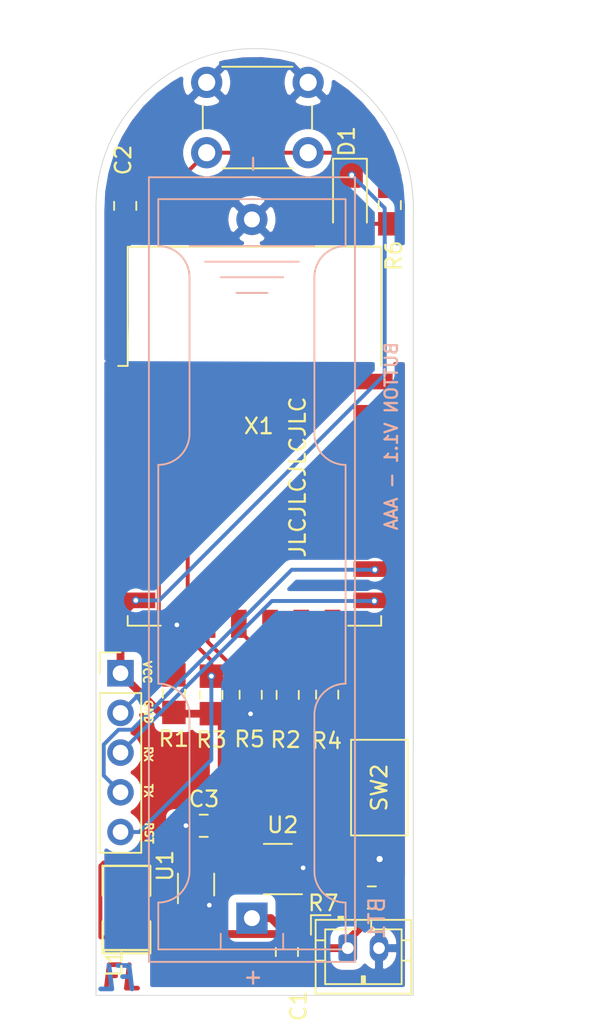
<source format=kicad_pcb>
(kicad_pcb (version 20171130) (host pcbnew "(5.1.9)-1")

  (general
    (thickness 1.6)
    (drawings 14)
    (tracks 121)
    (zones 0)
    (modules 20)
    (nets 14)
  )

  (page A4)
  (layers
    (0 F.Cu signal)
    (31 B.Cu signal)
    (32 B.Adhes user)
    (33 F.Adhes user)
    (34 B.Paste user)
    (35 F.Paste user)
    (36 B.SilkS user)
    (37 F.SilkS user)
    (38 B.Mask user)
    (39 F.Mask user)
    (40 Dwgs.User user)
    (41 Cmts.User user)
    (42 Eco1.User user)
    (43 Eco2.User user)
    (44 Edge.Cuts user)
    (45 Margin user)
    (46 B.CrtYd user hide)
    (47 F.CrtYd user)
    (48 B.Fab user hide)
    (49 F.Fab user)
  )

  (setup
    (last_trace_width 0.25)
    (user_trace_width 0.5)
    (trace_clearance 0.1)
    (zone_clearance 0.508)
    (zone_45_only no)
    (trace_min 0.2)
    (via_size 0.8)
    (via_drill 0.4)
    (via_min_size 0.4)
    (via_min_drill 0.3)
    (user_via 0.5 0.3)
    (uvia_size 0.3)
    (uvia_drill 0.1)
    (uvias_allowed no)
    (uvia_min_size 0.2)
    (uvia_min_drill 0.1)
    (edge_width 0.05)
    (segment_width 0.2)
    (pcb_text_width 0.3)
    (pcb_text_size 1.5 1.5)
    (mod_edge_width 0.12)
    (mod_text_size 1 1)
    (mod_text_width 0.15)
    (pad_size 1.524 1.524)
    (pad_drill 0.762)
    (pad_to_mask_clearance 0.051)
    (solder_mask_min_width 0.25)
    (aux_axis_origin 0 0)
    (visible_elements 7FFFFFFF)
    (pcbplotparams
      (layerselection 0x010fc_ffffffff)
      (usegerberextensions false)
      (usegerberattributes false)
      (usegerberadvancedattributes false)
      (creategerberjobfile false)
      (excludeedgelayer true)
      (linewidth 0.100000)
      (plotframeref false)
      (viasonmask false)
      (mode 1)
      (useauxorigin false)
      (hpglpennumber 1)
      (hpglpenspeed 20)
      (hpglpendiameter 15.000000)
      (psnegative false)
      (psa4output false)
      (plotreference true)
      (plotvalue true)
      (plotinvisibletext false)
      (padsonsilk false)
      (subtractmaskfromsilk false)
      (outputformat 1)
      (mirror false)
      (drillshape 0)
      (scaleselection 1)
      (outputdirectory "Gerber/"))
  )

  (net 0 "")
  (net 1 /VCC)
  (net 2 /GND)
  (net 3 /RST)
  (net 4 "Net-(D1-Pad2)")
  (net 5 /RX)
  (net 6 /TX)
  (net 7 /EN)
  (net 8 /GPIO2)
  (net 9 /GPIO0)
  (net 10 "Net-(BT1-Pad1)")
  (net 11 "Net-(L1-Pad2)")
  (net 12 /GPIO15)
  (net 13 "Net-(R7-Pad2)")

  (net_class Default "This is the default net class."
    (clearance 0.1)
    (trace_width 0.25)
    (via_dia 0.8)
    (via_drill 0.4)
    (uvia_dia 0.3)
    (uvia_drill 0.1)
    (add_net /EN)
    (add_net /GND)
    (add_net /GPIO0)
    (add_net /GPIO15)
    (add_net /GPIO2)
    (add_net /RST)
    (add_net /RX)
    (add_net /TX)
    (add_net /VCC)
    (add_net "Net-(BT1-Pad1)")
    (add_net "Net-(D1-Pad2)")
    (add_net "Net-(L1-Pad2)")
    (add_net "Net-(R7-Pad2)")
  )

  (module handsolder:SMD-1210_Pol_inductor (layer F.Cu) (tedit 592F1991) (tstamp 602DB575)
    (at 118.75 108.02 90)
    (tags "CMS SM")
    (path /602E234D)
    (attr smd)
    (fp_text reference L1 (at -3.45 -0.78 90) (layer F.SilkS)
      (effects (font (size 1 1) (thickness 0.15)))
    )
    (fp_text value "4.7 uH" (at 0 2.28 90) (layer F.Fab)
      (effects (font (size 1 1) (thickness 0.15)))
    )
    (fp_line (start -2.794 1.524) (end -0.762 1.524) (layer F.SilkS) (width 0.15))
    (fp_line (start -2.594 -1.524) (end -2.594 1.524) (layer F.SilkS) (width 0.15))
    (fp_line (start -0.762 -1.524) (end -2.794 -1.524) (layer F.SilkS) (width 0.15))
    (fp_line (start 2.794 -1.524) (end 0.889 -1.524) (layer F.SilkS) (width 0.15))
    (fp_line (start 2.794 1.524) (end 2.794 -1.524) (layer F.SilkS) (width 0.15))
    (fp_line (start 0.889 1.524) (end 2.794 1.524) (layer F.SilkS) (width 0.15))
    (fp_line (start -2.794 -1.524) (end -2.794 1.524) (layer F.SilkS) (width 0.15))
    (fp_text user %R (at 0 0 90) (layer F.Fab)
      (effects (font (size 0.8 0.8) (thickness 0.12)))
    )
    (pad 1 smd rect (at -1.778 0 90) (size 1.778 2.794) (layers F.Cu F.Paste F.Mask)
      (net 10 "Net-(BT1-Pad1)") (zone_connect 2))
    (pad 2 smd rect (at 1.778 0 90) (size 1.778 2.794) (layers F.Cu F.Paste F.Mask)
      (net 11 "Net-(L1-Pad2)"))
    (model SMD_Packages.3dshapes/SMD-1210_Pol.wrl
      (at (xyz 0 0 0))
      (scale (xyz 0.2 0.2 0.2))
      (rotate (xyz 0 0 0))
    )
  )

  (module Connector_PinHeader_2.54mm:PinHeader_1x05_P2.54mm_Vertical (layer F.Cu) (tedit 59FED5CC) (tstamp 602FA27E)
    (at 118.37 92.9)
    (descr "Through hole straight pin header, 1x05, 2.54mm pitch, single row")
    (tags "Through hole pin header THT 1x05 2.54mm single row")
    (path /60301345)
    (fp_text reference J1 (at 0 -2.33) (layer F.SilkS) hide
      (effects (font (size 1 1) (thickness 0.15)))
    )
    (fp_text value Conn_01x05_Female (at 0 12.49) (layer F.Fab)
      (effects (font (size 1 1) (thickness 0.15)))
    )
    (fp_line (start -0.635 -1.27) (end 1.27 -1.27) (layer F.Fab) (width 0.1))
    (fp_line (start 1.27 -1.27) (end 1.27 11.43) (layer F.Fab) (width 0.1))
    (fp_line (start 1.27 11.43) (end -1.27 11.43) (layer F.Fab) (width 0.1))
    (fp_line (start -1.27 11.43) (end -1.27 -0.635) (layer F.Fab) (width 0.1))
    (fp_line (start -1.27 -0.635) (end -0.635 -1.27) (layer F.Fab) (width 0.1))
    (fp_line (start -1.33 11.49) (end 1.33 11.49) (layer F.SilkS) (width 0.12))
    (fp_line (start -1.33 1.27) (end -1.33 11.49) (layer F.SilkS) (width 0.12))
    (fp_line (start 1.33 1.27) (end 1.33 11.49) (layer F.SilkS) (width 0.12))
    (fp_line (start -1.33 1.27) (end 1.33 1.27) (layer F.SilkS) (width 0.12))
    (fp_line (start -1.33 0) (end -1.33 -1.33) (layer F.SilkS) (width 0.12))
    (fp_line (start -1.33 -1.33) (end 0 -1.33) (layer F.SilkS) (width 0.12))
    (fp_line (start -1.8 -1.8) (end -1.8 11.95) (layer F.CrtYd) (width 0.05))
    (fp_line (start -1.8 11.95) (end 1.8 11.95) (layer F.CrtYd) (width 0.05))
    (fp_line (start 1.8 11.95) (end 1.8 -1.8) (layer F.CrtYd) (width 0.05))
    (fp_line (start 1.8 -1.8) (end -1.8 -1.8) (layer F.CrtYd) (width 0.05))
    (fp_text user %R (at 0 5.08 90) (layer F.Fab)
      (effects (font (size 1 1) (thickness 0.15)))
    )
    (pad 5 thru_hole oval (at 0 10.16) (size 1.7 1.7) (drill 1) (layers *.Cu *.Mask)
      (net 3 /RST))
    (pad 4 thru_hole oval (at 0 7.62) (size 1.7 1.7) (drill 1) (layers *.Cu *.Mask)
      (net 6 /TX))
    (pad 3 thru_hole oval (at 0 5.08) (size 1.7 1.7) (drill 1) (layers *.Cu *.Mask)
      (net 5 /RX))
    (pad 2 thru_hole oval (at 0 2.54) (size 1.7 1.7) (drill 1) (layers *.Cu *.Mask)
      (net 2 /GND))
    (pad 1 thru_hole rect (at 0 0) (size 1.7 1.7) (drill 1) (layers *.Cu *.Mask)
      (net 1 /VCC))
    (model ${KISYS3DMOD}/Connector_PinHeader_2.54mm.3dshapes/PinHeader_1x05_P2.54mm_Vertical.wrl
      (at (xyz 0 0 0))
      (scale (xyz 1 1 1))
      (rotate (xyz 0 0 0))
    )
  )

  (module Battery:BatteryHolder_Keystone_2466_1xAAA (layer B.Cu) (tedit 5B254C39) (tstamp 602DB505)
    (at 126.79 108.57 90)
    (descr "1xAAA Battery Holder, Keystone, Plastic Case, http://www.keyelco.com/product-pdf.cfm?p=1031")
    (tags "AAA battery holder Keystone")
    (path /602C3B33)
    (fp_text reference BT1 (at 0 8 -90) (layer B.SilkS)
      (effects (font (size 1 1) (thickness 0.15)) (justify mirror))
    )
    (fp_text value Battery_Cell (at 22 0 90) (layer B.Fab)
      (effects (font (size 1 1) (thickness 0.15)) (justify mirror))
    )
    (fp_line (start 47.8 -7) (end 47.8 7) (layer B.CrtYd) (width 0.05))
    (fp_line (start -3.2 -7) (end 47.8 -7) (layer B.CrtYd) (width 0.05))
    (fp_line (start -3.2 7) (end -3.2 -7) (layer B.CrtYd) (width 0.05))
    (fp_line (start 47.8 7) (end -3.2 7) (layer B.CrtYd) (width 0.05))
    (fp_line (start 47.4 -6.6) (end 47.4 6.6) (layer B.SilkS) (width 0.12))
    (fp_line (start -2.8 -6.6) (end 47.4 -6.6) (layer B.SilkS) (width 0.12))
    (fp_line (start -2.8 6.6) (end -2.8 -6.6) (layer B.SilkS) (width 0.12))
    (fp_line (start 47.4 6.6) (end -2.8 6.6) (layer B.SilkS) (width 0.12))
    (fp_line (start 40 1) (end 40 -1) (layer B.SilkS) (width 0.12))
    (fp_line (start 41 2) (end 41 -2) (layer B.SilkS) (width 0.12))
    (fp_line (start 42 -3) (end 42 3) (layer B.SilkS) (width 0.12))
    (fp_line (start 43 4) (end 43 -4) (layer B.SilkS) (width 0.12))
    (fp_line (start -2 2) (end -1 2) (layer B.SilkS) (width 0.12))
    (fp_line (start -1 -2) (end -2 -2) (layer B.SilkS) (width 0.12))
    (fp_line (start 15 -6) (end 29 -6) (layer B.SilkS) (width 0.12))
    (fp_line (start 29 6) (end 15 6) (layer B.SilkS) (width 0.12))
    (fp_line (start 3 -4) (end 13 -4) (layer B.SilkS) (width 0.12))
    (fp_line (start 3 4) (end 13 4) (layer B.SilkS) (width 0.12))
    (fp_line (start 41 4) (end 31 4) (layer B.SilkS) (width 0.12))
    (fp_line (start 41 -4) (end 31 -4) (layer B.SilkS) (width 0.12))
    (fp_line (start -2 6) (end 1 6) (layer B.SilkS) (width 0.12))
    (fp_line (start -2 6) (end -2 -6) (layer B.SilkS) (width 0.12))
    (fp_line (start -2 -6) (end 1 -6) (layer B.SilkS) (width 0.12))
    (fp_line (start 46 6) (end 43 6) (layer B.SilkS) (width 0.12))
    (fp_line (start 46 6) (end 46 -6) (layer B.SilkS) (width 0.12))
    (fp_line (start 46 -6) (end 43 -6) (layer B.SilkS) (width 0.12))
    (fp_line (start -2.7 0) (end -2.7 6.5) (layer B.Fab) (width 0.1))
    (fp_line (start -2.7 6.5) (end 47.3 6.5) (layer B.Fab) (width 0.1))
    (fp_line (start 47.3 6.5) (end 47.3 -6.5) (layer B.Fab) (width 0.1))
    (fp_line (start 47.3 -6.5) (end -2.7 -6.5) (layer B.Fab) (width 0.1))
    (fp_line (start -2.7 -6.5) (end -2.7 0) (layer B.Fab) (width 0.1))
    (fp_arc (start 3 6) (end 3 4) (angle -90) (layer B.SilkS) (width 0.12))
    (fp_arc (start 41 6) (end 43 6) (angle -90) (layer B.SilkS) (width 0.12))
    (fp_arc (start 41 -6) (end 41 -4) (angle -90) (layer B.SilkS) (width 0.12))
    (fp_arc (start 3 -6) (end 1 -6) (angle -90) (layer B.SilkS) (width 0.12))
    (fp_arc (start 31 -6) (end 29 -6) (angle -90) (layer B.SilkS) (width 0.12))
    (fp_arc (start 13 -6) (end 13 -4) (angle -90) (layer B.SilkS) (width 0.12))
    (fp_arc (start 13 6) (end 15 6) (angle -90) (layer B.SilkS) (width 0.12))
    (fp_arc (start 31 6) (end 31 4) (angle -90) (layer B.SilkS) (width 0.12))
    (fp_text user %R (at 0 0 90) (layer B.Fab)
      (effects (font (size 1 1) (thickness 0.15)) (justify mirror))
    )
    (fp_text user + (at -3.81 0 90) (layer B.SilkS)
      (effects (font (size 1 1) (thickness 0.15)) (justify mirror))
    )
    (fp_text user - (at 48.26 0 90) (layer B.SilkS)
      (effects (font (size 1 1) (thickness 0.15)) (justify mirror))
    )
    (pad 2 thru_hole circle (at 44.7 0 90) (size 2 2) (drill 1.02) (layers *.Cu *.Mask)
      (net 2 /GND))
    (pad 1 thru_hole rect (at 0 0 90) (size 2 2) (drill 1.02) (layers *.Cu *.Mask)
      (net 10 "Net-(BT1-Pad1)"))
    (model ${KISYS3DMOD}/Battery.3dshapes/BatteryHolder_Keystone_2466_1xAAA.wrl
      (at (xyz 0 0 0))
      (scale (xyz 1 1 1))
      (rotate (xyz 0 0 0))
    )
  )

  (module handsolder:SOT-23-5_HandSolderingmod (layer F.Cu) (tedit 60023824) (tstamp 602E9ADE)
    (at 128.45 105.43 180)
    (descr "5-pin SOT23 package")
    (tags "SOT-23-5 hand-soldering")
    (path /602F5FBE)
    (attr smd)
    (fp_text reference U2 (at -0.31 2.82) (layer F.SilkS)
      (effects (font (size 1 1) (thickness 0.15)))
    )
    (fp_text value AP2112K-3.3 (at 10.287 1.143) (layer F.SilkS) hide
      (effects (font (size 1 1) (thickness 0.15)))
    )
    (fp_line (start -0.9 1.61) (end 0.9 1.61) (layer F.SilkS) (width 0.12))
    (fp_line (start 0.9 -1.61) (end -1.55 -1.61) (layer F.SilkS) (width 0.12))
    (fp_line (start -0.9 -0.9) (end -0.25 -1.55) (layer F.Fab) (width 0.1))
    (fp_line (start 0.9 -1.55) (end -0.25 -1.55) (layer F.Fab) (width 0.1))
    (fp_line (start -0.9 -0.9) (end -0.9 1.55) (layer F.Fab) (width 0.1))
    (fp_line (start 0.9 1.55) (end -0.9 1.55) (layer F.Fab) (width 0.1))
    (fp_line (start 0.9 -1.55) (end 0.9 1.55) (layer F.Fab) (width 0.1))
    (fp_line (start -2.38 -1.8) (end 2.38 -1.8) (layer F.CrtYd) (width 0.05))
    (fp_line (start -2.38 -1.8) (end -2.38 1.8) (layer F.CrtYd) (width 0.05))
    (fp_line (start 2.38 1.8) (end 2.38 -1.8) (layer F.CrtYd) (width 0.05))
    (fp_line (start 2.38 1.8) (end -2.38 1.8) (layer F.CrtYd) (width 0.05))
    (fp_text user %R (at 0 0 90) (layer F.Fab)
      (effects (font (size 0.5 0.5) (thickness 0.075)))
    )
    (pad 5 smd rect (at 1.5 -0.95 180) (size 2 0.65) (layers F.Cu F.Paste F.Mask)
      (net 1 /VCC))
    (pad 4 smd rect (at 1.5 0.95 180) (size 2 0.65) (layers F.Cu F.Paste F.Mask))
    (pad 3 smd rect (at -1.55 0.95 180) (size 2 0.65) (layers F.Cu F.Paste F.Mask)
      (net 13 "Net-(R7-Pad2)"))
    (pad 2 smd trapezoid (at -1.55 0 180) (size 2 0.65) (layers F.Cu F.Paste F.Mask)
      (net 2 /GND))
    (pad 1 smd rect (at -1.55 -0.95 180) (size 2 0.65) (layers F.Cu F.Paste F.Mask)
      (net 10 "Net-(BT1-Pad1)"))
    (model ${KISYS3DMOD}/Package_TO_SOT_SMD.3dshapes/SOT-23-5.wrl
      (at (xyz 0 0 0))
      (scale (xyz 1 1 1))
      (rotate (xyz 0 0 0))
    )
  )

  (module handsolder:R_0805_2012handsoldermod (layer F.Cu) (tedit 60004565) (tstamp 602E9A2F)
    (at 134.47 107.25 180)
    (descr "Resistor SMD 0805 (2012 Metric), square (rectangular) end terminal, IPC_7351 nominal with elongated pad for handsoldering. (Body size source: https://docs.google.com/spreadsheets/d/1BsfQQcO9C6DZCsRaXUlFlo91Tg2WpOkGARC1WS5S8t0/edit?usp=sharing), generated with kicad-footprint-generator")
    (tags "resistor handsolder")
    (path /602F7A06)
    (attr smd)
    (fp_text reference R7 (at 3.11 -0.36 180) (layer F.SilkS)
      (effects (font (size 1 1) (thickness 0.15)))
    )
    (fp_text value 10k (at 0 1.65) (layer F.Fab) hide
      (effects (font (size 1 1) (thickness 0.15)))
    )
    (fp_line (start -1 0.6) (end -1 -0.6) (layer F.Fab) (width 0.1))
    (fp_line (start -1 -0.6) (end 1 -0.6) (layer F.Fab) (width 0.1))
    (fp_line (start 1 -0.6) (end 1 0.6) (layer F.Fab) (width 0.1))
    (fp_line (start 1 0.6) (end -1 0.6) (layer F.Fab) (width 0.1))
    (fp_line (start -0.261252 -0.71) (end 0.261252 -0.71) (layer F.SilkS) (width 0.12))
    (fp_line (start -0.261252 0.71) (end 0.261252 0.71) (layer F.SilkS) (width 0.12))
    (fp_line (start -2.05 0.95) (end -2.05 -0.95) (layer F.CrtYd) (width 0.05))
    (fp_line (start -2.05 -0.95) (end 2.05 -0.95) (layer F.CrtYd) (width 0.05))
    (fp_line (start 2.05 -0.95) (end 2.05 0.95) (layer F.CrtYd) (width 0.05))
    (fp_line (start 2.05 0.95) (end -2.05 0.95) (layer F.CrtYd) (width 0.05))
    (fp_text user %R (at 0 0) (layer F.Fab)
      (effects (font (size 0.5 0.5) (thickness 0.08)))
    )
    (pad 2 smd rect (at 1.2 0 180) (size 1.5 1.5) (layers F.Cu F.Paste F.Mask)
      (net 13 "Net-(R7-Pad2)"))
    (pad 1 smd rect (at -1.2 0 180) (size 1.5 1.5) (layers F.Cu F.Paste F.Mask)
      (net 10 "Net-(BT1-Pad1)"))
    (model ${KISYS3DMOD}/Resistor_SMD.3dshapes/R_0805_2012Metric.wrl
      (at (xyz 0 0 0))
      (scale (xyz 1 1 1))
      (rotate (xyz 0 0 0))
    )
  )

  (module Connector_JST:JST_PH_B2B-PH-K_1x02_P2.00mm_Vertical (layer F.Cu) (tedit 5B7745C2) (tstamp 602E9854)
    (at 132.93 110.49)
    (descr "JST PH series connector, B2B-PH-K (http://www.jst-mfg.com/product/pdf/eng/ePH.pdf), generated with kicad-footprint-generator")
    (tags "connector JST PH side entry")
    (path /602FBA1B)
    (fp_text reference BT2 (at 1 -2.9) (layer F.SilkS) hide
      (effects (font (size 1 1) (thickness 0.15)))
    )
    (fp_text value Battery_Cell (at 1 4) (layer F.Fab)
      (effects (font (size 1 1) (thickness 0.15)))
    )
    (fp_line (start -2.06 -1.81) (end -2.06 2.91) (layer F.SilkS) (width 0.12))
    (fp_line (start -2.06 2.91) (end 4.06 2.91) (layer F.SilkS) (width 0.12))
    (fp_line (start 4.06 2.91) (end 4.06 -1.81) (layer F.SilkS) (width 0.12))
    (fp_line (start 4.06 -1.81) (end -2.06 -1.81) (layer F.SilkS) (width 0.12))
    (fp_line (start -0.3 -1.81) (end -0.3 -2.01) (layer F.SilkS) (width 0.12))
    (fp_line (start -0.3 -2.01) (end -0.6 -2.01) (layer F.SilkS) (width 0.12))
    (fp_line (start -0.6 -2.01) (end -0.6 -1.81) (layer F.SilkS) (width 0.12))
    (fp_line (start -0.3 -1.91) (end -0.6 -1.91) (layer F.SilkS) (width 0.12))
    (fp_line (start 0.5 -1.81) (end 0.5 -1.2) (layer F.SilkS) (width 0.12))
    (fp_line (start 0.5 -1.2) (end -1.45 -1.2) (layer F.SilkS) (width 0.12))
    (fp_line (start -1.45 -1.2) (end -1.45 2.3) (layer F.SilkS) (width 0.12))
    (fp_line (start -1.45 2.3) (end 3.45 2.3) (layer F.SilkS) (width 0.12))
    (fp_line (start 3.45 2.3) (end 3.45 -1.2) (layer F.SilkS) (width 0.12))
    (fp_line (start 3.45 -1.2) (end 1.5 -1.2) (layer F.SilkS) (width 0.12))
    (fp_line (start 1.5 -1.2) (end 1.5 -1.81) (layer F.SilkS) (width 0.12))
    (fp_line (start -2.06 -0.5) (end -1.45 -0.5) (layer F.SilkS) (width 0.12))
    (fp_line (start -2.06 0.8) (end -1.45 0.8) (layer F.SilkS) (width 0.12))
    (fp_line (start 4.06 -0.5) (end 3.45 -0.5) (layer F.SilkS) (width 0.12))
    (fp_line (start 4.06 0.8) (end 3.45 0.8) (layer F.SilkS) (width 0.12))
    (fp_line (start 0.9 2.3) (end 0.9 1.8) (layer F.SilkS) (width 0.12))
    (fp_line (start 0.9 1.8) (end 1.1 1.8) (layer F.SilkS) (width 0.12))
    (fp_line (start 1.1 1.8) (end 1.1 2.3) (layer F.SilkS) (width 0.12))
    (fp_line (start 1 2.3) (end 1 1.8) (layer F.SilkS) (width 0.12))
    (fp_line (start -1.11 -2.11) (end -2.36 -2.11) (layer F.SilkS) (width 0.12))
    (fp_line (start -2.36 -2.11) (end -2.36 -0.86) (layer F.SilkS) (width 0.12))
    (fp_line (start -1.11 -2.11) (end -2.36 -2.11) (layer F.Fab) (width 0.1))
    (fp_line (start -2.36 -2.11) (end -2.36 -0.86) (layer F.Fab) (width 0.1))
    (fp_line (start -1.95 -1.7) (end -1.95 2.8) (layer F.Fab) (width 0.1))
    (fp_line (start -1.95 2.8) (end 3.95 2.8) (layer F.Fab) (width 0.1))
    (fp_line (start 3.95 2.8) (end 3.95 -1.7) (layer F.Fab) (width 0.1))
    (fp_line (start 3.95 -1.7) (end -1.95 -1.7) (layer F.Fab) (width 0.1))
    (fp_line (start -2.45 -2.2) (end -2.45 3.3) (layer F.CrtYd) (width 0.05))
    (fp_line (start -2.45 3.3) (end 4.45 3.3) (layer F.CrtYd) (width 0.05))
    (fp_line (start 4.45 3.3) (end 4.45 -2.2) (layer F.CrtYd) (width 0.05))
    (fp_line (start 4.45 -2.2) (end -2.45 -2.2) (layer F.CrtYd) (width 0.05))
    (fp_text user %R (at 1 1.5) (layer F.Fab)
      (effects (font (size 1 1) (thickness 0.15)))
    )
    (pad 2 thru_hole oval (at 2 0) (size 1.2 1.75) (drill 0.75) (layers *.Cu *.Mask)
      (net 2 /GND))
    (pad 1 thru_hole roundrect (at 0 0) (size 1.2 1.75) (drill 0.75) (layers *.Cu *.Mask) (roundrect_rratio 0.208333)
      (net 10 "Net-(BT1-Pad1)"))
    (model ${KISYS3DMOD}/Connector_JST.3dshapes/JST_PH_B2B-PH-K_1x02_P2.00mm_Vertical.wrl
      (at (xyz 0 0 0))
      (scale (xyz 1 1 1))
      (rotate (xyz 0 0 0))
    )
  )

  (module LED_SMD:LED_1206_3216Metric_Castellated (layer F.Cu) (tedit 5B301BBE) (tstamp 602DB54A)
    (at 133.07 62.47 270)
    (descr "LED SMD 1206 (3216 Metric), castellated end terminal, IPC_7351 nominal, (Body size source: http://www.tortai-tech.com/upload/download/2011102023233369053.pdf), generated with kicad-footprint-generator")
    (tags "LED castellated")
    (path /602D28D1)
    (attr smd)
    (fp_text reference D1 (at -3.6 0.21 90) (layer F.SilkS)
      (effects (font (size 1 1) (thickness 0.15)))
    )
    (fp_text value LED (at 0 1.78 90) (layer F.Fab)
      (effects (font (size 1 1) (thickness 0.15)))
    )
    (fp_line (start 1.6 -0.8) (end -1.2 -0.8) (layer F.Fab) (width 0.1))
    (fp_line (start -1.2 -0.8) (end -1.6 -0.4) (layer F.Fab) (width 0.1))
    (fp_line (start -1.6 -0.4) (end -1.6 0.8) (layer F.Fab) (width 0.1))
    (fp_line (start -1.6 0.8) (end 1.6 0.8) (layer F.Fab) (width 0.1))
    (fp_line (start 1.6 0.8) (end 1.6 -0.8) (layer F.Fab) (width 0.1))
    (fp_line (start 1.6 -1.085) (end -2.485 -1.085) (layer F.SilkS) (width 0.12))
    (fp_line (start -2.485 -1.085) (end -2.485 1.085) (layer F.SilkS) (width 0.12))
    (fp_line (start -2.485 1.085) (end 1.6 1.085) (layer F.SilkS) (width 0.12))
    (fp_line (start -2.48 1.08) (end -2.48 -1.08) (layer F.CrtYd) (width 0.05))
    (fp_line (start -2.48 -1.08) (end 2.48 -1.08) (layer F.CrtYd) (width 0.05))
    (fp_line (start 2.48 -1.08) (end 2.48 1.08) (layer F.CrtYd) (width 0.05))
    (fp_line (start 2.48 1.08) (end -2.48 1.08) (layer F.CrtYd) (width 0.05))
    (fp_text user %R (at 0 0 90) (layer F.Fab)
      (effects (font (size 0.8 0.8) (thickness 0.12)))
    )
    (pad 2 smd roundrect (at 1.425 0 270) (size 1.6 1.65) (layers F.Cu F.Paste F.Mask) (roundrect_rratio 0.15625)
      (net 4 "Net-(D1-Pad2)"))
    (pad 1 smd roundrect (at -1.425 0 270) (size 1.6 1.65) (layers F.Cu F.Paste F.Mask) (roundrect_rratio 0.15625)
      (net 1 /VCC))
    (model ${KISYS3DMOD}/LED_SMD.3dshapes/LED_1206_3216Metric_Castellated.wrl
      (at (xyz 0 0 0))
      (scale (xyz 1 1 1))
      (rotate (xyz 0 0 0))
    )
  )

  (module RF_Module:ESP-12E (layer F.Cu) (tedit 5A030172) (tstamp 602DB666)
    (at 126.95 77.74)
    (descr "Wi-Fi Module, http://wiki.ai-thinker.com/_media/esp8266/docs/aithinker_esp_12f_datasheet_en.pdf")
    (tags "Wi-Fi Module")
    (path /602C0443)
    (attr smd)
    (fp_text reference X1 (at 0.28 -0.65) (layer F.SilkS)
      (effects (font (size 1 1) (thickness 0.15)))
    )
    (fp_text value ESP-12E (at -0.06 -12.78) (layer F.Fab)
      (effects (font (size 1 1) (thickness 0.15)))
    )
    (fp_line (start -8 -12) (end 8 -12) (layer F.Fab) (width 0.12))
    (fp_line (start 8 -12) (end 8 12) (layer F.Fab) (width 0.12))
    (fp_line (start 8 12) (end -8 12) (layer F.Fab) (width 0.12))
    (fp_line (start -8 12) (end -8 -3) (layer F.Fab) (width 0.12))
    (fp_line (start -8 -3) (end -7.5 -3.5) (layer F.Fab) (width 0.12))
    (fp_line (start -7.5 -3.5) (end -8 -4) (layer F.Fab) (width 0.12))
    (fp_line (start -8 -4) (end -8 -12) (layer F.Fab) (width 0.12))
    (fp_line (start -9.05 -12.2) (end 9.05 -12.2) (layer F.CrtYd) (width 0.05))
    (fp_line (start 9.05 -12.2) (end 9.05 13.1) (layer F.CrtYd) (width 0.05))
    (fp_line (start 9.05 13.1) (end -9.05 13.1) (layer F.CrtYd) (width 0.05))
    (fp_line (start -9.05 13.1) (end -9.05 -12.2) (layer F.CrtYd) (width 0.05))
    (fp_line (start -8.12 -12.12) (end 8.12 -12.12) (layer F.SilkS) (width 0.12))
    (fp_line (start 8.12 -12.12) (end 8.12 -4.5) (layer F.SilkS) (width 0.12))
    (fp_line (start 8.12 11.5) (end 8.12 12.12) (layer F.SilkS) (width 0.12))
    (fp_line (start 8.12 12.12) (end 6 12.12) (layer F.SilkS) (width 0.12))
    (fp_line (start -6 12.12) (end -8.12 12.12) (layer F.SilkS) (width 0.12))
    (fp_line (start -8.12 12.12) (end -8.12 11.5) (layer F.SilkS) (width 0.12))
    (fp_line (start -8.12 -4.5) (end -8.12 -12.12) (layer F.SilkS) (width 0.12))
    (fp_line (start -8.12 -4.5) (end -8.73 -4.5) (layer F.SilkS) (width 0.12))
    (fp_line (start -8.12 -12.12) (end 8.12 -12.12) (layer Dwgs.User) (width 0.12))
    (fp_line (start 8.12 -12.12) (end 8.12 -4.8) (layer Dwgs.User) (width 0.12))
    (fp_line (start 8.12 -4.8) (end -8.12 -4.8) (layer Dwgs.User) (width 0.12))
    (fp_line (start -8.12 -4.8) (end -8.12 -12.12) (layer Dwgs.User) (width 0.12))
    (fp_line (start -8.12 -9.12) (end -5.12 -12.12) (layer Dwgs.User) (width 0.12))
    (fp_line (start -8.12 -6.12) (end -2.12 -12.12) (layer Dwgs.User) (width 0.12))
    (fp_line (start -6.44 -4.8) (end 0.88 -12.12) (layer Dwgs.User) (width 0.12))
    (fp_line (start -3.44 -4.8) (end 3.88 -12.12) (layer Dwgs.User) (width 0.12))
    (fp_line (start -0.44 -4.8) (end 6.88 -12.12) (layer Dwgs.User) (width 0.12))
    (fp_line (start 2.56 -4.8) (end 8.12 -10.36) (layer Dwgs.User) (width 0.12))
    (fp_line (start 5.56 -4.8) (end 8.12 -7.36) (layer Dwgs.User) (width 0.12))
    (fp_text user %R (at 0.49 -0.8) (layer F.Fab)
      (effects (font (size 1 1) (thickness 0.15)))
    )
    (fp_text user "KEEP-OUT ZONE" (at 0.03 -9.55 180) (layer Cmts.User)
      (effects (font (size 1 1) (thickness 0.15)))
    )
    (fp_text user Antenna (at -0.06 -7 180) (layer Cmts.User)
      (effects (font (size 1 1) (thickness 0.15)))
    )
    (pad 22 smd rect (at 7.6 -3.5) (size 2.5 1) (layers F.Cu F.Paste F.Mask))
    (pad 21 smd rect (at 7.6 -1.5) (size 2.5 1) (layers F.Cu F.Paste F.Mask))
    (pad 20 smd rect (at 7.6 0.5) (size 2.5 1) (layers F.Cu F.Paste F.Mask))
    (pad 19 smd rect (at 7.6 2.5) (size 2.5 1) (layers F.Cu F.Paste F.Mask))
    (pad 18 smd rect (at 7.6 4.5) (size 2.5 1) (layers F.Cu F.Paste F.Mask))
    (pad 17 smd rect (at 7.6 6.5) (size 2.5 1) (layers F.Cu F.Paste F.Mask))
    (pad 16 smd rect (at 7.6 8.5) (size 2.5 1) (layers F.Cu F.Paste F.Mask)
      (net 6 /TX))
    (pad 15 smd rect (at 7.6 10.5) (size 2.5 1) (layers F.Cu F.Paste F.Mask)
      (net 5 /RX))
    (pad 14 smd rect (at 5 12) (size 1 1.8) (layers F.Cu F.Paste F.Mask))
    (pad 13 smd rect (at 3 12) (size 1 1.8) (layers F.Cu F.Paste F.Mask))
    (pad 12 smd rect (at 1 12) (size 1 1.8) (layers F.Cu F.Paste F.Mask)
      (net 9 /GPIO0))
    (pad 11 smd rect (at -1 12) (size 1 1.8) (layers F.Cu F.Paste F.Mask)
      (net 8 /GPIO2))
    (pad 10 smd rect (at -3 12) (size 1 1.8) (layers F.Cu F.Paste F.Mask)
      (net 12 /GPIO15))
    (pad 9 smd rect (at -5 12) (size 1 1.8) (layers F.Cu F.Paste F.Mask)
      (net 2 /GND))
    (pad 8 smd rect (at -7.6 10.5) (size 2.5 1) (layers F.Cu F.Paste F.Mask)
      (net 1 /VCC))
    (pad 7 smd rect (at -7.6 8.5) (size 2.5 1) (layers F.Cu F.Paste F.Mask))
    (pad 6 smd rect (at -7.6 6.5) (size 2.5 1) (layers F.Cu F.Paste F.Mask))
    (pad 5 smd rect (at -7.6 4.5) (size 2.5 1) (layers F.Cu F.Paste F.Mask))
    (pad 4 smd rect (at -7.6 2.5) (size 2.5 1) (layers F.Cu F.Paste F.Mask))
    (pad 3 smd rect (at -7.6 0.5) (size 2.5 1) (layers F.Cu F.Paste F.Mask)
      (net 7 /EN))
    (pad 2 smd rect (at -7.6 -1.5) (size 2.5 1) (layers F.Cu F.Paste F.Mask))
    (pad 1 smd rect (at -7.6 -3.5) (size 2.5 1) (layers F.Cu F.Paste F.Mask)
      (net 3 /RST))
    (model ${KISYS3DMOD}/RF_Module.3dshapes/ESP-12E.wrl
      (at (xyz 0 0 0))
      (scale (xyz 1 1 1))
      (rotate (xyz 0 0 0))
    )
  )

  (module handsolder:SOT-363_SC-70-6_Handsoldering (layer F.Cu) (tedit 592F19A3) (tstamp 602DB62B)
    (at 123.21 106.42 90)
    (descr "SOT-363, SC-70-6, Handsoldering")
    (tags "SOT-363 SC-70-6 Handsoldering")
    (path /602DB147)
    (attr smd)
    (fp_text reference U1 (at 1.2 -1.98 90) (layer F.SilkS)
      (effects (font (size 1 1) (thickness 0.15)))
    )
    (fp_text value TLV61224 (at 0 2 270) (layer F.Fab)
      (effects (font (size 1 1) (thickness 0.15)))
    )
    (fp_line (start -0.175 -1.1) (end -0.675 -0.6) (layer F.Fab) (width 0.1))
    (fp_line (start 0.675 1.1) (end -0.675 1.1) (layer F.Fab) (width 0.1))
    (fp_line (start 0.675 -1.1) (end 0.675 1.1) (layer F.Fab) (width 0.1))
    (fp_line (start -0.675 -0.6) (end -0.675 1.1) (layer F.Fab) (width 0.1))
    (fp_line (start 0.675 -1.1) (end -0.175 -1.1) (layer F.Fab) (width 0.1))
    (fp_line (start -2.4 -1.4) (end 2.4 -1.4) (layer F.CrtYd) (width 0.05))
    (fp_line (start -2.4 -1.4) (end -2.4 1.4) (layer F.CrtYd) (width 0.05))
    (fp_line (start 2.4 1.4) (end 2.4 -1.4) (layer F.CrtYd) (width 0.05))
    (fp_line (start -0.7 1.16) (end 0.7 1.16) (layer F.SilkS) (width 0.12))
    (fp_line (start 0.7 -1.16) (end -1.2 -1.16) (layer F.SilkS) (width 0.12))
    (fp_line (start -2.4 1.4) (end 2.4 1.4) (layer F.CrtYd) (width 0.05))
    (fp_text user %R (at 0 0 90) (layer F.Fab)
      (effects (font (size 0.5 0.5) (thickness 0.075)))
    )
    (pad 1 smd rect (at -1.33 -0.65 90) (size 1.5 0.4) (layers F.Cu F.Paste F.Mask)
      (net 10 "Net-(BT1-Pad1)") (zone_connect 2))
    (pad 2 smd rect (at -1.33 0 90) (size 1.5 0.4) (layers F.Cu F.Paste F.Mask)
      (net 1 /VCC))
    (pad 3 smd rect (at -1.33 0.65 90) (size 1.5 0.4) (layers F.Cu F.Paste F.Mask)
      (net 2 /GND) (zone_connect 2))
    (pad 4 smd rect (at 1.33 0.65 90) (size 1.5 0.4) (layers F.Cu F.Paste F.Mask)
      (net 1 /VCC))
    (pad 5 smd rect (at 1.33 0 90) (size 1.5 0.4) (layers F.Cu F.Paste F.Mask)
      (net 11 "Net-(L1-Pad2)"))
    (pad 6 smd rect (at 1.33 -0.65 90) (size 1.5 0.4) (layers F.Cu F.Paste F.Mask)
      (net 10 "Net-(BT1-Pad1)"))
    (model TO_SOT_Packages_SMD.3dshapes/SC-70-6.wrl
      (at (xyz 0 0 0))
      (scale (xyz 1 1 1))
      (rotate (xyz 0 0 90))
    )
  )

  (module switch:button_smd_hmsensor (layer F.Cu) (tedit 5FF5A4DE) (tstamp 602DB615)
    (at 134.95 100.22 270)
    (descr http://www.te.com/commerce/DocumentDelivery/DDEController?Action=srchrtrv&DocNm=1437566-3&DocType=Customer+Drawing&DocLang=English)
    (tags "SPST button tactile switch")
    (path /602CDBD4)
    (attr smd)
    (fp_text reference SW2 (at 0 0 90) (layer F.SilkS)
      (effects (font (size 1 1) (thickness 0.15)))
    )
    (fp_text value SW_Push (at 0.18 -2.75 180) (layer F.SilkS) hide
      (effects (font (size 0.8 0.8) (thickness 0.15)))
    )
    (fp_line (start -5.95 -2) (end 5.95 -2) (layer F.CrtYd) (width 0.05))
    (fp_line (start -5.95 -2) (end -5.95 2) (layer F.CrtYd) (width 0.05))
    (fp_line (start 3 -1.75) (end 3 1.75) (layer F.Fab) (width 0.1))
    (fp_line (start -3 -1.75) (end -3 1.75) (layer F.Fab) (width 0.1))
    (fp_line (start -3 -1.75) (end 3 -1.75) (layer F.Fab) (width 0.1))
    (fp_line (start -3 1.75) (end 3 1.75) (layer F.Fab) (width 0.1))
    (fp_line (start 5.95 -2) (end 5.95 2) (layer F.CrtYd) (width 0.05))
    (fp_line (start -5.95 2) (end 5.95 2) (layer F.CrtYd) (width 0.05))
    (fp_line (start -1.5 -0.8) (end -1.5 0.8) (layer F.Fab) (width 0.1))
    (fp_line (start 1.5 -0.8) (end 1.5 0.8) (layer F.Fab) (width 0.1))
    (fp_line (start -1.5 -0.8) (end 1.5 -0.8) (layer F.Fab) (width 0.1))
    (fp_line (start -1.5 0.8) (end 1.5 0.8) (layer F.Fab) (width 0.1))
    (fp_line (start -3.06 1.81) (end -3.06 -1.81) (layer F.SilkS) (width 0.12))
    (fp_line (start 3.06 1.81) (end -3.06 1.81) (layer F.SilkS) (width 0.12))
    (fp_line (start 3.06 -1.81) (end 3.06 1.81) (layer F.SilkS) (width 0.12))
    (fp_line (start -3.06 -1.81) (end 3.06 -1.81) (layer F.SilkS) (width 0.12))
    (fp_line (start -1.75 1) (end -1.75 -1) (layer F.Fab) (width 0.1))
    (fp_line (start 1.75 1) (end -1.75 1) (layer F.Fab) (width 0.1))
    (fp_line (start 1.75 -1) (end 1.75 1) (layer F.Fab) (width 0.1))
    (fp_line (start -1.75 -1) (end 1.75 -1) (layer F.Fab) (width 0.1))
    (fp_text user %R (at 0 0 90) (layer F.Fab)
      (effects (font (size 1 1) (thickness 0.15)))
    )
    (pad 1 smd rect (at -4.59 0 270) (size 2.18 1.6) (layers F.Cu F.Paste F.Mask)
      (net 9 /GPIO0))
    (pad 2 smd rect (at 4.59 0 270) (size 2.18 1.6) (layers F.Cu F.Paste F.Mask)
      (net 2 /GND))
    (model Buttons_Switches_SMD.3dshapes/SW_SPST_FSMSM.wrl
      (at (xyz 0 0 0))
      (scale (xyz 1 1 1))
      (rotate (xyz 0 0 0))
    )
  )

  (module Button_Switch_THT:SW_PUSH_6mm (layer F.Cu) (tedit 5A02FE31) (tstamp 602DB5FA)
    (at 130.39 59.6 180)
    (descr https://www.omron.com/ecb/products/pdf/en-b3f.pdf)
    (tags "tact sw push 6mm")
    (path /602CFCB7)
    (fp_text reference SW1 (at 2.97 -2.27) (layer F.SilkS) hide
      (effects (font (size 1 1) (thickness 0.15)))
    )
    (fp_text value SW_Push (at 3.75 6.7) (layer F.Fab)
      (effects (font (size 1 1) (thickness 0.15)))
    )
    (fp_line (start 3.25 -0.75) (end 6.25 -0.75) (layer F.Fab) (width 0.1))
    (fp_line (start 6.25 -0.75) (end 6.25 5.25) (layer F.Fab) (width 0.1))
    (fp_line (start 6.25 5.25) (end 0.25 5.25) (layer F.Fab) (width 0.1))
    (fp_line (start 0.25 5.25) (end 0.25 -0.75) (layer F.Fab) (width 0.1))
    (fp_line (start 0.25 -0.75) (end 3.25 -0.75) (layer F.Fab) (width 0.1))
    (fp_line (start 7.75 6) (end 8 6) (layer F.CrtYd) (width 0.05))
    (fp_line (start 8 6) (end 8 5.75) (layer F.CrtYd) (width 0.05))
    (fp_line (start 7.75 -1.5) (end 8 -1.5) (layer F.CrtYd) (width 0.05))
    (fp_line (start 8 -1.5) (end 8 -1.25) (layer F.CrtYd) (width 0.05))
    (fp_line (start -1.5 -1.25) (end -1.5 -1.5) (layer F.CrtYd) (width 0.05))
    (fp_line (start -1.5 -1.5) (end -1.25 -1.5) (layer F.CrtYd) (width 0.05))
    (fp_line (start -1.5 5.75) (end -1.5 6) (layer F.CrtYd) (width 0.05))
    (fp_line (start -1.5 6) (end -1.25 6) (layer F.CrtYd) (width 0.05))
    (fp_line (start -1.25 -1.5) (end 7.75 -1.5) (layer F.CrtYd) (width 0.05))
    (fp_line (start -1.5 5.75) (end -1.5 -1.25) (layer F.CrtYd) (width 0.05))
    (fp_line (start 7.75 6) (end -1.25 6) (layer F.CrtYd) (width 0.05))
    (fp_line (start 8 -1.25) (end 8 5.75) (layer F.CrtYd) (width 0.05))
    (fp_line (start 1 5.5) (end 5.5 5.5) (layer F.SilkS) (width 0.12))
    (fp_line (start -0.25 1.5) (end -0.25 3) (layer F.SilkS) (width 0.12))
    (fp_line (start 5.5 -1) (end 1 -1) (layer F.SilkS) (width 0.12))
    (fp_line (start 6.75 3) (end 6.75 1.5) (layer F.SilkS) (width 0.12))
    (fp_circle (center 3.25 2.25) (end 1.25 2.5) (layer F.Fab) (width 0.1))
    (fp_text user %R (at 3.25 2.25) (layer F.Fab)
      (effects (font (size 1 1) (thickness 0.15)))
    )
    (pad 1 thru_hole circle (at 6.5 0 270) (size 2 2) (drill 1.1) (layers *.Cu *.Mask)
      (net 3 /RST))
    (pad 2 thru_hole circle (at 6.5 4.5 270) (size 2 2) (drill 1.1) (layers *.Cu *.Mask)
      (net 2 /GND))
    (pad 1 thru_hole circle (at 0 0 270) (size 2 2) (drill 1.1) (layers *.Cu *.Mask)
      (net 3 /RST))
    (pad 2 thru_hole circle (at 0 4.5 270) (size 2 2) (drill 1.1) (layers *.Cu *.Mask)
      (net 2 /GND))
    (model ${KISYS3DMOD}/Button_Switch_THT.3dshapes/SW_PUSH_6mm.wrl
      (at (xyz 0 0 0))
      (scale (xyz 1 1 1))
      (rotate (xyz 0 0 0))
    )
  )

  (module handsolder:R_0805_2012handsoldermod (layer F.Cu) (tedit 60004565) (tstamp 602DB5DB)
    (at 135.62 62.95 90)
    (descr "Resistor SMD 0805 (2012 Metric), square (rectangular) end terminal, IPC_7351 nominal with elongated pad for handsoldering. (Body size source: https://docs.google.com/spreadsheets/d/1BsfQQcO9C6DZCsRaXUlFlo91Tg2WpOkGARC1WS5S8t0/edit?usp=sharing), generated with kicad-footprint-generator")
    (tags "resistor handsolder")
    (path /602D454A)
    (attr smd)
    (fp_text reference R6 (at -3.24 0.26 90) (layer F.SilkS)
      (effects (font (size 1 1) (thickness 0.15)))
    )
    (fp_text value 1k (at 0 1.65 90) (layer F.Fab) hide
      (effects (font (size 1 1) (thickness 0.15)))
    )
    (fp_line (start -1 0.6) (end -1 -0.6) (layer F.Fab) (width 0.1))
    (fp_line (start -1 -0.6) (end 1 -0.6) (layer F.Fab) (width 0.1))
    (fp_line (start 1 -0.6) (end 1 0.6) (layer F.Fab) (width 0.1))
    (fp_line (start 1 0.6) (end -1 0.6) (layer F.Fab) (width 0.1))
    (fp_line (start -0.261252 -0.71) (end 0.261252 -0.71) (layer F.SilkS) (width 0.12))
    (fp_line (start -0.261252 0.71) (end 0.261252 0.71) (layer F.SilkS) (width 0.12))
    (fp_line (start -2.05 0.95) (end -2.05 -0.95) (layer F.CrtYd) (width 0.05))
    (fp_line (start -2.05 -0.95) (end 2.05 -0.95) (layer F.CrtYd) (width 0.05))
    (fp_line (start 2.05 -0.95) (end 2.05 0.95) (layer F.CrtYd) (width 0.05))
    (fp_line (start 2.05 0.95) (end -2.05 0.95) (layer F.CrtYd) (width 0.05))
    (fp_text user %R (at 0 0 90) (layer F.Fab)
      (effects (font (size 0.5 0.5) (thickness 0.08)))
    )
    (pad 2 smd rect (at 1.2 0 90) (size 1.5 1.5) (layers F.Cu F.Paste F.Mask)
      (net 3 /RST))
    (pad 1 smd rect (at -1.2 0 90) (size 1.5 1.5) (layers F.Cu F.Paste F.Mask)
      (net 4 "Net-(D1-Pad2)"))
    (model ${KISYS3DMOD}/Resistor_SMD.3dshapes/R_0805_2012Metric.wrl
      (at (xyz 0 0 0))
      (scale (xyz 1 1 1))
      (rotate (xyz 0 0 0))
    )
  )

  (module handsolder:R_0805_2012handsoldermod (layer F.Cu) (tedit 60004565) (tstamp 602DB5CA)
    (at 126.71 94.28 90)
    (descr "Resistor SMD 0805 (2012 Metric), square (rectangular) end terminal, IPC_7351 nominal with elongated pad for handsoldering. (Body size source: https://docs.google.com/spreadsheets/d/1BsfQQcO9C6DZCsRaXUlFlo91Tg2WpOkGARC1WS5S8t0/edit?usp=sharing), generated with kicad-footprint-generator")
    (tags "resistor handsolder")
    (path /602CA91E)
    (attr smd)
    (fp_text reference R5 (at -2.84 -0.07 180) (layer F.SilkS)
      (effects (font (size 1 1) (thickness 0.15)))
    )
    (fp_text value 4.7k (at 0 1.65 90) (layer F.Fab) hide
      (effects (font (size 1 1) (thickness 0.15)))
    )
    (fp_line (start -1 0.6) (end -1 -0.6) (layer F.Fab) (width 0.1))
    (fp_line (start -1 -0.6) (end 1 -0.6) (layer F.Fab) (width 0.1))
    (fp_line (start 1 -0.6) (end 1 0.6) (layer F.Fab) (width 0.1))
    (fp_line (start 1 0.6) (end -1 0.6) (layer F.Fab) (width 0.1))
    (fp_line (start -0.261252 -0.71) (end 0.261252 -0.71) (layer F.SilkS) (width 0.12))
    (fp_line (start -0.261252 0.71) (end 0.261252 0.71) (layer F.SilkS) (width 0.12))
    (fp_line (start -2.05 0.95) (end -2.05 -0.95) (layer F.CrtYd) (width 0.05))
    (fp_line (start -2.05 -0.95) (end 2.05 -0.95) (layer F.CrtYd) (width 0.05))
    (fp_line (start 2.05 -0.95) (end 2.05 0.95) (layer F.CrtYd) (width 0.05))
    (fp_line (start 2.05 0.95) (end -2.05 0.95) (layer F.CrtYd) (width 0.05))
    (fp_text user %R (at 0 0 90) (layer F.Fab)
      (effects (font (size 0.5 0.5) (thickness 0.08)))
    )
    (pad 2 smd rect (at 1.2 0 90) (size 1.5 1.5) (layers F.Cu F.Paste F.Mask)
      (net 12 /GPIO15))
    (pad 1 smd rect (at -1.2 0 90) (size 1.5 1.5) (layers F.Cu F.Paste F.Mask)
      (net 2 /GND))
    (model ${KISYS3DMOD}/Resistor_SMD.3dshapes/R_0805_2012Metric.wrl
      (at (xyz 0 0 0))
      (scale (xyz 1 1 1))
      (rotate (xyz 0 0 0))
    )
  )

  (module handsolder:R_0805_2012handsoldermod (layer F.Cu) (tedit 60004565) (tstamp 602DB5B9)
    (at 131.61 94.27 90)
    (descr "Resistor SMD 0805 (2012 Metric), square (rectangular) end terminal, IPC_7351 nominal with elongated pad for handsoldering. (Body size source: https://docs.google.com/spreadsheets/d/1BsfQQcO9C6DZCsRaXUlFlo91Tg2WpOkGARC1WS5S8t0/edit?usp=sharing), generated with kicad-footprint-generator")
    (tags "resistor handsolder")
    (path /602CA541)
    (attr smd)
    (fp_text reference R4 (at -2.96 -0.03 180) (layer F.SilkS)
      (effects (font (size 1 1) (thickness 0.15)))
    )
    (fp_text value 10k (at 0 1.65 90) (layer F.Fab) hide
      (effects (font (size 1 1) (thickness 0.15)))
    )
    (fp_line (start -1 0.6) (end -1 -0.6) (layer F.Fab) (width 0.1))
    (fp_line (start -1 -0.6) (end 1 -0.6) (layer F.Fab) (width 0.1))
    (fp_line (start 1 -0.6) (end 1 0.6) (layer F.Fab) (width 0.1))
    (fp_line (start 1 0.6) (end -1 0.6) (layer F.Fab) (width 0.1))
    (fp_line (start -0.261252 -0.71) (end 0.261252 -0.71) (layer F.SilkS) (width 0.12))
    (fp_line (start -0.261252 0.71) (end 0.261252 0.71) (layer F.SilkS) (width 0.12))
    (fp_line (start -2.05 0.95) (end -2.05 -0.95) (layer F.CrtYd) (width 0.05))
    (fp_line (start -2.05 -0.95) (end 2.05 -0.95) (layer F.CrtYd) (width 0.05))
    (fp_line (start 2.05 -0.95) (end 2.05 0.95) (layer F.CrtYd) (width 0.05))
    (fp_line (start 2.05 0.95) (end -2.05 0.95) (layer F.CrtYd) (width 0.05))
    (fp_text user %R (at 0 0 90) (layer F.Fab)
      (effects (font (size 0.5 0.5) (thickness 0.08)))
    )
    (pad 2 smd rect (at 1.2 0 90) (size 1.5 1.5) (layers F.Cu F.Paste F.Mask)
      (net 9 /GPIO0))
    (pad 1 smd rect (at -1.2 0 90) (size 1.5 1.5) (layers F.Cu F.Paste F.Mask)
      (net 1 /VCC))
    (model ${KISYS3DMOD}/Resistor_SMD.3dshapes/R_0805_2012Metric.wrl
      (at (xyz 0 0 0))
      (scale (xyz 1 1 1))
      (rotate (xyz 0 0 0))
    )
  )

  (module handsolder:R_0805_2012handsoldermod (layer F.Cu) (tedit 60004565) (tstamp 602DB5A8)
    (at 124.19 94.29 90)
    (descr "Resistor SMD 0805 (2012 Metric), square (rectangular) end terminal, IPC_7351 nominal with elongated pad for handsoldering. (Body size source: https://docs.google.com/spreadsheets/d/1BsfQQcO9C6DZCsRaXUlFlo91Tg2WpOkGARC1WS5S8t0/edit?usp=sharing), generated with kicad-footprint-generator")
    (tags "resistor handsolder")
    (path /602C7954)
    (attr smd)
    (fp_text reference R3 (at -2.87 0.01 180) (layer F.SilkS)
      (effects (font (size 1 1) (thickness 0.15)))
    )
    (fp_text value 10k (at 0 1.65 90) (layer F.Fab) hide
      (effects (font (size 1 1) (thickness 0.15)))
    )
    (fp_line (start -1 0.6) (end -1 -0.6) (layer F.Fab) (width 0.1))
    (fp_line (start -1 -0.6) (end 1 -0.6) (layer F.Fab) (width 0.1))
    (fp_line (start 1 -0.6) (end 1 0.6) (layer F.Fab) (width 0.1))
    (fp_line (start 1 0.6) (end -1 0.6) (layer F.Fab) (width 0.1))
    (fp_line (start -0.261252 -0.71) (end 0.261252 -0.71) (layer F.SilkS) (width 0.12))
    (fp_line (start -0.261252 0.71) (end 0.261252 0.71) (layer F.SilkS) (width 0.12))
    (fp_line (start -2.05 0.95) (end -2.05 -0.95) (layer F.CrtYd) (width 0.05))
    (fp_line (start -2.05 -0.95) (end 2.05 -0.95) (layer F.CrtYd) (width 0.05))
    (fp_line (start 2.05 -0.95) (end 2.05 0.95) (layer F.CrtYd) (width 0.05))
    (fp_line (start 2.05 0.95) (end -2.05 0.95) (layer F.CrtYd) (width 0.05))
    (fp_text user %R (at 0 0 90) (layer F.Fab)
      (effects (font (size 0.5 0.5) (thickness 0.08)))
    )
    (pad 2 smd rect (at 1.2 0 90) (size 1.5 1.5) (layers F.Cu F.Paste F.Mask)
      (net 3 /RST))
    (pad 1 smd rect (at -1.2 0 90) (size 1.5 1.5) (layers F.Cu F.Paste F.Mask)
      (net 1 /VCC))
    (model ${KISYS3DMOD}/Resistor_SMD.3dshapes/R_0805_2012Metric.wrl
      (at (xyz 0 0 0))
      (scale (xyz 1 1 1))
      (rotate (xyz 0 0 0))
    )
  )

  (module handsolder:R_0805_2012handsoldermod (layer F.Cu) (tedit 60004565) (tstamp 602DB597)
    (at 129.08 94.29 90)
    (descr "Resistor SMD 0805 (2012 Metric), square (rectangular) end terminal, IPC_7351 nominal with elongated pad for handsoldering. (Body size source: https://docs.google.com/spreadsheets/d/1BsfQQcO9C6DZCsRaXUlFlo91Tg2WpOkGARC1WS5S8t0/edit?usp=sharing), generated with kicad-footprint-generator")
    (tags "resistor handsolder")
    (path /602CC605)
    (attr smd)
    (fp_text reference R2 (at -2.87 -0.13 180) (layer F.SilkS)
      (effects (font (size 1 1) (thickness 0.15)))
    )
    (fp_text value 10k (at 0 1.65 90) (layer F.Fab) hide
      (effects (font (size 1 1) (thickness 0.15)))
    )
    (fp_line (start -1 0.6) (end -1 -0.6) (layer F.Fab) (width 0.1))
    (fp_line (start -1 -0.6) (end 1 -0.6) (layer F.Fab) (width 0.1))
    (fp_line (start 1 -0.6) (end 1 0.6) (layer F.Fab) (width 0.1))
    (fp_line (start 1 0.6) (end -1 0.6) (layer F.Fab) (width 0.1))
    (fp_line (start -0.261252 -0.71) (end 0.261252 -0.71) (layer F.SilkS) (width 0.12))
    (fp_line (start -0.261252 0.71) (end 0.261252 0.71) (layer F.SilkS) (width 0.12))
    (fp_line (start -2.05 0.95) (end -2.05 -0.95) (layer F.CrtYd) (width 0.05))
    (fp_line (start -2.05 -0.95) (end 2.05 -0.95) (layer F.CrtYd) (width 0.05))
    (fp_line (start 2.05 -0.95) (end 2.05 0.95) (layer F.CrtYd) (width 0.05))
    (fp_line (start 2.05 0.95) (end -2.05 0.95) (layer F.CrtYd) (width 0.05))
    (fp_text user %R (at 0 0 90) (layer F.Fab)
      (effects (font (size 0.5 0.5) (thickness 0.08)))
    )
    (pad 2 smd rect (at 1.2 0 90) (size 1.5 1.5) (layers F.Cu F.Paste F.Mask)
      (net 8 /GPIO2))
    (pad 1 smd rect (at -1.2 0 90) (size 1.5 1.5) (layers F.Cu F.Paste F.Mask)
      (net 1 /VCC))
    (model ${KISYS3DMOD}/Resistor_SMD.3dshapes/R_0805_2012Metric.wrl
      (at (xyz 0 0 0))
      (scale (xyz 1 1 1))
      (rotate (xyz 0 0 0))
    )
  )

  (module handsolder:R_0805_2012handsoldermod (layer F.Cu) (tedit 60004565) (tstamp 602DB586)
    (at 121.79 94.21 90)
    (descr "Resistor SMD 0805 (2012 Metric), square (rectangular) end terminal, IPC_7351 nominal with elongated pad for handsoldering. (Body size source: https://docs.google.com/spreadsheets/d/1BsfQQcO9C6DZCsRaXUlFlo91Tg2WpOkGARC1WS5S8t0/edit?usp=sharing), generated with kicad-footprint-generator")
    (tags "resistor handsolder")
    (path /602C727C)
    (attr smd)
    (fp_text reference R1 (at -2.88 -0.01 180) (layer F.SilkS)
      (effects (font (size 1 1) (thickness 0.15)))
    )
    (fp_text value 10k (at 0 1.65 90) (layer F.Fab) hide
      (effects (font (size 1 1) (thickness 0.15)))
    )
    (fp_line (start -1 0.6) (end -1 -0.6) (layer F.Fab) (width 0.1))
    (fp_line (start -1 -0.6) (end 1 -0.6) (layer F.Fab) (width 0.1))
    (fp_line (start 1 -0.6) (end 1 0.6) (layer F.Fab) (width 0.1))
    (fp_line (start 1 0.6) (end -1 0.6) (layer F.Fab) (width 0.1))
    (fp_line (start -0.261252 -0.71) (end 0.261252 -0.71) (layer F.SilkS) (width 0.12))
    (fp_line (start -0.261252 0.71) (end 0.261252 0.71) (layer F.SilkS) (width 0.12))
    (fp_line (start -2.05 0.95) (end -2.05 -0.95) (layer F.CrtYd) (width 0.05))
    (fp_line (start -2.05 -0.95) (end 2.05 -0.95) (layer F.CrtYd) (width 0.05))
    (fp_line (start 2.05 -0.95) (end 2.05 0.95) (layer F.CrtYd) (width 0.05))
    (fp_line (start 2.05 0.95) (end -2.05 0.95) (layer F.CrtYd) (width 0.05))
    (fp_text user %R (at 0 0 90) (layer F.Fab)
      (effects (font (size 0.5 0.5) (thickness 0.08)))
    )
    (pad 2 smd rect (at 1.2 0 90) (size 1.5 1.5) (layers F.Cu F.Paste F.Mask)
      (net 7 /EN))
    (pad 1 smd rect (at -1.2 0 90) (size 1.5 1.5) (layers F.Cu F.Paste F.Mask)
      (net 1 /VCC))
    (model ${KISYS3DMOD}/Resistor_SMD.3dshapes/R_0805_2012Metric.wrl
      (at (xyz 0 0 0))
      (scale (xyz 1 1 1))
      (rotate (xyz 0 0 0))
    )
  )

  (module handsolder:C_0805_2012handsodermod (layer F.Cu) (tedit 60004493) (tstamp 602DB538)
    (at 123.7 102.66 180)
    (descr "Capacitor SMD 0805 (2012 Metric), square (rectangular) end terminal, IPC_7351 nominal with elongated pad for handsoldering. (Body size source: https://docs.google.com/spreadsheets/d/1BsfQQcO9C6DZCsRaXUlFlo91Tg2WpOkGARC1WS5S8t0/edit?usp=sharing), generated with kicad-footprint-generator")
    (tags "capacitor handsolder")
    (path /602E3D4A)
    (attr smd)
    (fp_text reference C3 (at -0.02 1.71) (layer F.SilkS)
      (effects (font (size 1 1) (thickness 0.15)))
    )
    (fp_text value 10uF (at 0.19 -1.6) (layer F.Fab) hide
      (effects (font (size 1 1) (thickness 0.15)))
    )
    (fp_line (start -1 0.6) (end -1 -0.6) (layer F.Fab) (width 0.1))
    (fp_line (start -1 -0.6) (end 1 -0.6) (layer F.Fab) (width 0.1))
    (fp_line (start 1 -0.6) (end 1 0.6) (layer F.Fab) (width 0.1))
    (fp_line (start 1 0.6) (end -1 0.6) (layer F.Fab) (width 0.1))
    (fp_line (start -0.261252 -0.71) (end 0.261252 -0.71) (layer F.SilkS) (width 0.12))
    (fp_line (start -0.261252 0.71) (end 0.261252 0.71) (layer F.SilkS) (width 0.12))
    (fp_line (start -2 0.95) (end -2 -0.95) (layer F.CrtYd) (width 0.05))
    (fp_line (start -2 -0.95) (end 2.05 -0.95) (layer F.CrtYd) (width 0.05))
    (fp_line (start 2.05 -0.95) (end 2.05 0.95) (layer F.CrtYd) (width 0.05))
    (fp_line (start 2.05 0.95) (end -2 0.95) (layer F.CrtYd) (width 0.05))
    (fp_text user %R (at 0 0) (layer F.Fab)
      (effects (font (size 0.5 0.5) (thickness 0.08)))
    )
    (pad 2 smd rect (at 1.15 0 180) (size 1.5 1.1) (layers F.Cu F.Paste F.Mask)
      (net 2 /GND))
    (pad 1 smd rect (at -1.15 0 180) (size 1.5 1.1) (layers F.Cu F.Paste F.Mask)
      (net 1 /VCC))
    (model ${KISYS3DMOD}/Capacitor_SMD.3dshapes/C_0805_2012Metric.wrl
      (at (xyz 0 0 0))
      (scale (xyz 1 1 1))
      (rotate (xyz 0 0 0))
    )
  )

  (module handsolder:C_0805_2012handsodermod (layer F.Cu) (tedit 60004493) (tstamp 602DB527)
    (at 118.67 63 270)
    (descr "Capacitor SMD 0805 (2012 Metric), square (rectangular) end terminal, IPC_7351 nominal with elongated pad for handsoldering. (Body size source: https://docs.google.com/spreadsheets/d/1BsfQQcO9C6DZCsRaXUlFlo91Tg2WpOkGARC1WS5S8t0/edit?usp=sharing), generated with kicad-footprint-generator")
    (tags "capacitor handsolder")
    (path /602C896A)
    (attr smd)
    (fp_text reference C2 (at -2.93 0.127 90) (layer F.SilkS)
      (effects (font (size 1 1) (thickness 0.15)))
    )
    (fp_text value 100nF (at 0 1.65 90) (layer F.Fab) hide
      (effects (font (size 1 1) (thickness 0.15)))
    )
    (fp_line (start -1 0.6) (end -1 -0.6) (layer F.Fab) (width 0.1))
    (fp_line (start -1 -0.6) (end 1 -0.6) (layer F.Fab) (width 0.1))
    (fp_line (start 1 -0.6) (end 1 0.6) (layer F.Fab) (width 0.1))
    (fp_line (start 1 0.6) (end -1 0.6) (layer F.Fab) (width 0.1))
    (fp_line (start -0.261252 -0.71) (end 0.261252 -0.71) (layer F.SilkS) (width 0.12))
    (fp_line (start -0.261252 0.71) (end 0.261252 0.71) (layer F.SilkS) (width 0.12))
    (fp_line (start -2 0.95) (end -2 -0.95) (layer F.CrtYd) (width 0.05))
    (fp_line (start -2 -0.95) (end 2.05 -0.95) (layer F.CrtYd) (width 0.05))
    (fp_line (start 2.05 -0.95) (end 2.05 0.95) (layer F.CrtYd) (width 0.05))
    (fp_line (start 2.05 0.95) (end -2 0.95) (layer F.CrtYd) (width 0.05))
    (fp_text user %R (at 0 0 90) (layer F.Fab)
      (effects (font (size 0.5 0.5) (thickness 0.08)))
    )
    (pad 2 smd rect (at 1.15 0 270) (size 1.5 1.1) (layers F.Cu F.Paste F.Mask)
      (net 3 /RST))
    (pad 1 smd rect (at -1.15 0 270) (size 1.5 1.1) (layers F.Cu F.Paste F.Mask)
      (net 2 /GND))
    (model ${KISYS3DMOD}/Capacitor_SMD.3dshapes/C_0805_2012Metric.wrl
      (at (xyz 0 0 0))
      (scale (xyz 1 1 1))
      (rotate (xyz 0 0 0))
    )
  )

  (module handsolder:C_0805_2012handsodermod (layer F.Cu) (tedit 60004493) (tstamp 602DB516)
    (at 129.03 110.74 90)
    (descr "Capacitor SMD 0805 (2012 Metric), square (rectangular) end terminal, IPC_7351 nominal with elongated pad for handsoldering. (Body size source: https://docs.google.com/spreadsheets/d/1BsfQQcO9C6DZCsRaXUlFlo91Tg2WpOkGARC1WS5S8t0/edit?usp=sharing), generated with kicad-footprint-generator")
    (tags "capacitor handsolder")
    (path /602D0C1F)
    (attr smd)
    (fp_text reference C1 (at -3.45 0.74 270) (layer F.SilkS)
      (effects (font (size 1 1) (thickness 0.15)))
    )
    (fp_text value 10uF (at 0 1.65 90) (layer F.Fab) hide
      (effects (font (size 1 1) (thickness 0.15)))
    )
    (fp_line (start -1 0.6) (end -1 -0.6) (layer F.Fab) (width 0.1))
    (fp_line (start -1 -0.6) (end 1 -0.6) (layer F.Fab) (width 0.1))
    (fp_line (start 1 -0.6) (end 1 0.6) (layer F.Fab) (width 0.1))
    (fp_line (start 1 0.6) (end -1 0.6) (layer F.Fab) (width 0.1))
    (fp_line (start -0.261252 -0.71) (end 0.261252 -0.71) (layer F.SilkS) (width 0.12))
    (fp_line (start -0.261252 0.71) (end 0.261252 0.71) (layer F.SilkS) (width 0.12))
    (fp_line (start -2 0.95) (end -2 -0.95) (layer F.CrtYd) (width 0.05))
    (fp_line (start -2 -0.95) (end 2.05 -0.95) (layer F.CrtYd) (width 0.05))
    (fp_line (start 2.05 -0.95) (end 2.05 0.95) (layer F.CrtYd) (width 0.05))
    (fp_line (start 2.05 0.95) (end -2 0.95) (layer F.CrtYd) (width 0.05))
    (fp_text user %R (at 0 0 90) (layer F.Fab)
      (effects (font (size 0.5 0.5) (thickness 0.08)))
    )
    (pad 2 smd rect (at 1.15 0 90) (size 1.5 1.1) (layers F.Cu F.Paste F.Mask)
      (net 10 "Net-(BT1-Pad1)"))
    (pad 1 smd rect (at -1.15 0 90) (size 1.5 1.1) (layers F.Cu F.Paste F.Mask)
      (net 2 /GND))
    (model ${KISYS3DMOD}/Capacitor_SMD.3dshapes/C_0805_2012Metric.wrl
      (at (xyz 0 0 0))
      (scale (xyz 1 1 1))
      (rotate (xyz 0 0 0))
    )
  )

  (gr_text "V. 0.1\nAAA\nNO TIMER" (at 144.018 71.247) (layer F.Fab)
    (effects (font (size 1.5 1.5) (thickness 0.3)))
  )
  (gr_text RST (at 120.19 103.12 270) (layer F.SilkS) (tstamp 602FB0B3)
    (effects (font (size 0.5 0.5) (thickness 0.125)))
  )
  (gr_text TX (at 120.15 100.42 270) (layer F.SilkS) (tstamp 602FB0B1)
    (effects (font (size 0.5 0.5) (thickness 0.125)))
  )
  (gr_text RX (at 120.15 98.07 270) (layer F.SilkS) (tstamp 602FB0AF)
    (effects (font (size 0.5 0.5) (thickness 0.125)))
  )
  (gr_text GND (at 120.15 95.37 270) (layer F.SilkS) (tstamp 602FB0AD)
    (effects (font (size 0.5 0.5) (thickness 0.125)))
  )
  (gr_text VCC (at 120.08 92.83 270) (layer F.SilkS)
    (effects (font (size 0.5 0.5) (thickness 0.125)))
  )
  (gr_arc (start 126.963882 63.103422) (end 137.123076 63.459022) (angle -183) (layer Edge.Cuts) (width 0.05))
  (gr_text FL (at 118.2 112.42) (layer B.Cu) (tstamp 602E4487)
    (effects (font (size 1.5 1.5) (thickness 0.3) italic) (justify mirror))
  )
  (gr_text FL (at 118.36 112.37) (layer F.Cu)
    (effects (font (size 1.5 1.5) (thickness 0.3) italic))
  )
  (gr_text "BUTTON V1.1 - AAA\n" (at 135.72 77.73 90) (layer B.SilkS)
    (effects (font (size 0.8 0.8) (thickness 0.15)) (justify mirror))
  )
  (gr_text "JLCJLCJLCJLC\n" (at 129.72 80.35 90) (layer F.SilkS)
    (effects (font (size 1 1) (thickness 0.15)))
  )
  (gr_line (start 137.1219 113.5126) (end 116.8019 113.5126) (layer Edge.Cuts) (width 0.05))
  (gr_line (start 116.8 63.28) (end 116.8019 113.5126) (layer Edge.Cuts) (width 0.05) (tstamp 602DB8B7))
  (gr_line (start 137.123076 63.459022) (end 137.1219 113.5126) (layer Edge.Cuts) (width 0.05))

  (via (at 133.18 61.03) (size 0.5) (drill 0.3) (layers F.Cu B.Cu) (net 1))
  (segment (start 123.86 103.65) (end 124.85 102.66) (width 0.5) (layer F.Cu) (net 1))
  (segment (start 123.86 105.09) (end 123.86 103.65) (width 0.5) (layer F.Cu) (net 1))
  (segment (start 123.86 106.218545) (end 123.86 105.09) (width 0.5) (layer F.Cu) (net 1))
  (segment (start 123.21 107.75) (end 123.21 106.868545) (width 0.5) (layer F.Cu) (net 1))
  (segment (start 123.21 106.868545) (end 123.86 106.218545) (width 0.5) (layer F.Cu) (net 1))
  (segment (start 124.85 105.78) (end 124.85 103.71) (width 0.5) (layer F.Cu) (net 1))
  (segment (start 124.85 103.71) (end 124.85 102.66) (width 0.5) (layer F.Cu) (net 1))
  (segment (start 125.45 106.38) (end 124.85 105.78) (width 0.5) (layer F.Cu) (net 1))
  (segment (start 126.95 106.38) (end 125.45 106.38) (width 0.5) (layer F.Cu) (net 1))
  (segment (start 124.85 96.15) (end 124.19 95.49) (width 0.5) (layer F.Cu) (net 1))
  (segment (start 124.85 102.66) (end 124.85 96.15) (width 0.5) (layer F.Cu) (net 1))
  (segment (start 121.87 95.49) (end 121.79 95.41) (width 0.5) (layer F.Cu) (net 1))
  (segment (start 124.19 95.49) (end 121.87 95.49) (width 0.5) (layer F.Cu) (net 1))
  (segment (start 120.88 95.41) (end 118.37 92.9) (width 0.5) (layer F.Cu) (net 1))
  (segment (start 121.79 95.41) (end 120.88 95.41) (width 0.5) (layer F.Cu) (net 1))
  (segment (start 118.37 89.22) (end 119.35 88.24) (width 0.5) (layer F.Cu) (net 1))
  (segment (start 118.37 92.9) (end 118.37 89.22) (width 0.5) (layer F.Cu) (net 1))
  (segment (start 125.280001 96.580001) (end 124.19 95.49) (width 0.5) (layer F.Cu) (net 1))
  (segment (start 127.989999 96.580001) (end 125.280001 96.580001) (width 0.5) (layer F.Cu) (net 1))
  (segment (start 129.08 95.49) (end 127.989999 96.580001) (width 0.5) (layer F.Cu) (net 1))
  (segment (start 129.1 95.47) (end 129.08 95.49) (width 0.5) (layer F.Cu) (net 1))
  (segment (start 131.61 95.47) (end 129.1 95.47) (width 0.5) (layer F.Cu) (net 1))
  (segment (start 119.35 88.24) (end 119.35 88.24) (width 0.5) (layer F.Cu) (net 1) (tstamp 602FB970))
  (via (at 119.35 88.24) (size 0.5) (drill 0.3) (layers F.Cu B.Cu) (net 1))
  (segment (start 133.429999 61.279999) (end 133.18 61.03) (width 0.25) (layer B.Cu) (net 1))
  (segment (start 135.29501 73.79499) (end 135.29501 63.14501) (width 0.25) (layer B.Cu) (net 1))
  (segment (start 120.85 88.24) (end 135.29501 73.79499) (width 0.25) (layer B.Cu) (net 1))
  (segment (start 135.29501 63.14501) (end 133.429999 61.279999) (width 0.25) (layer B.Cu) (net 1))
  (segment (start 119.35 88.24) (end 120.85 88.24) (width 0.25) (layer B.Cu) (net 1))
  (via (at 121.98 89.81) (size 0.5) (drill 0.3) (layers F.Cu B.Cu) (net 2))
  (via (at 126.7 95.5) (size 0.5) (drill 0.3) (layers F.Cu B.Cu) (net 2))
  (via (at 124.06 107.74) (size 0.5) (drill 0.3) (layers F.Cu B.Cu) (net 2))
  (via (at 122.56 102.65) (size 0.5) (drill 0.3) (layers F.Cu B.Cu) (net 2))
  (via (at 130.07 105.35) (size 0.5) (drill 0.3) (layers F.Cu B.Cu) (net 2))
  (via (at 134.97 104.79) (size 0.8) (drill 0.4) (layers F.Cu B.Cu) (net 2))
  (segment (start 121.98 91.83) (end 121.98 89.81) (width 0.25) (layer B.Cu) (net 2))
  (segment (start 118.37 95.44) (end 121.98 91.83) (width 0.25) (layer B.Cu) (net 2))
  (segment (start 122.675001 76.065001) (end 120.85 74.24) (width 0.25) (layer F.Cu) (net 3))
  (segment (start 120.85 74.24) (end 119.35 74.24) (width 0.25) (layer F.Cu) (net 3))
  (segment (start 122.675001 90.575001) (end 122.675001 76.065001) (width 0.25) (layer F.Cu) (net 3))
  (segment (start 124.19 92.09) (end 122.675001 90.575001) (width 0.25) (layer F.Cu) (net 3))
  (segment (start 124.19 93.09) (end 124.19 93.09) (width 0.25) (layer F.Cu) (net 3))
  (segment (start 119.572081 103.06) (end 124.19 98.442081) (width 0.25) (layer B.Cu) (net 3))
  (segment (start 118.37 103.06) (end 119.572081 103.06) (width 0.25) (layer B.Cu) (net 3))
  (segment (start 124.19 98.442081) (end 124.19 93.18) (width 0.25) (layer B.Cu) (net 3))
  (segment (start 124.19 93.09) (end 124.19 92.09) (width 0.25) (layer F.Cu) (net 3) (tstamp 602FB8D6))
  (via (at 124.19 93.09) (size 0.5) (drill 0.3) (layers F.Cu B.Cu) (net 3))
  (segment (start 118.6 74.24) (end 117.65 73.29) (width 0.25) (layer F.Cu) (net 3))
  (segment (start 119.35 74.24) (end 118.6 74.24) (width 0.25) (layer F.Cu) (net 3))
  (segment (start 117.65 73.29) (end 117.65 64.16) (width 0.25) (layer F.Cu) (net 3))
  (segment (start 117.65 64.16) (end 117.91 63.9) (width 0.25) (layer F.Cu) (net 3))
  (segment (start 118.42 63.9) (end 118.67 64.15) (width 0.25) (layer F.Cu) (net 3))
  (segment (start 117.91 63.9) (end 118.42 63.9) (width 0.25) (layer F.Cu) (net 3))
  (segment (start 118.67 64.15) (end 118.67 64.06) (width 0.25) (layer F.Cu) (net 3))
  (segment (start 119.43 64.06) (end 123.89 59.6) (width 0.25) (layer F.Cu) (net 3))
  (segment (start 118.67 64.06) (end 119.43 64.06) (width 0.25) (layer F.Cu) (net 3))
  (segment (start 125.304213 59.6) (end 130.39 59.6) (width 0.25) (layer F.Cu) (net 3))
  (segment (start 123.89 59.6) (end 125.304213 59.6) (width 0.25) (layer F.Cu) (net 3))
  (segment (start 134.47 59.6) (end 135.62 60.75) (width 0.25) (layer F.Cu) (net 3))
  (segment (start 135.62 60.75) (end 135.62 61.75) (width 0.25) (layer F.Cu) (net 3))
  (segment (start 130.39 59.6) (end 134.47 59.6) (width 0.25) (layer F.Cu) (net 3))
  (segment (start 133.325 64.15) (end 133.07 63.895) (width 0.25) (layer F.Cu) (net 4))
  (segment (start 135.62 64.15) (end 133.325 64.15) (width 0.25) (layer F.Cu) (net 4))
  (via (at 134.63 88.28) (size 0.5) (drill 0.3) (layers F.Cu B.Cu) (net 5))
  (segment (start 128.07 88.28) (end 134.63 88.28) (width 0.25) (layer B.Cu) (net 5))
  (segment (start 118.37 97.98) (end 128.07 88.28) (width 0.25) (layer B.Cu) (net 5))
  (via (at 134.66 86.28) (size 0.5) (drill 0.3) (layers F.Cu B.Cu) (net 6))
  (segment (start 118.243997 96.515001) (end 119.104999 96.515001) (width 0.25) (layer B.Cu) (net 6))
  (segment (start 118.37 100.52) (end 117.294999 99.444999) (width 0.25) (layer B.Cu) (net 6))
  (segment (start 117.294999 97.463999) (end 118.243997 96.515001) (width 0.25) (layer B.Cu) (net 6))
  (segment (start 117.294999 99.444999) (end 117.294999 97.463999) (width 0.25) (layer B.Cu) (net 6))
  (segment (start 129.34 86.28) (end 134.66 86.28) (width 0.25) (layer B.Cu) (net 6))
  (segment (start 119.104999 96.515001) (end 129.34 86.28) (width 0.25) (layer B.Cu) (net 6))
  (segment (start 120.825001 91.045001) (end 120.825001 78.965001) (width 0.25) (layer F.Cu) (net 7))
  (segment (start 121.79 93.01) (end 121.79 92.01) (width 0.25) (layer F.Cu) (net 7))
  (segment (start 120.1 78.24) (end 119.35 78.24) (width 0.25) (layer F.Cu) (net 7))
  (segment (start 120.825001 78.965001) (end 120.1 78.24) (width 0.25) (layer F.Cu) (net 7))
  (segment (start 121.79 92.01) (end 120.825001 91.045001) (width 0.25) (layer F.Cu) (net 7))
  (segment (start 125.95 90.14) (end 125.95 89.74) (width 0.25) (layer F.Cu) (net 8))
  (segment (start 128.9 93.09) (end 125.95 90.14) (width 0.25) (layer F.Cu) (net 8))
  (segment (start 129.08 93.09) (end 128.9 93.09) (width 0.25) (layer F.Cu) (net 8))
  (segment (start 129.174999 92.114999) (end 127.95 90.89) (width 0.25) (layer F.Cu) (net 9))
  (segment (start 130.654999 92.114999) (end 129.174999 92.114999) (width 0.25) (layer F.Cu) (net 9))
  (segment (start 127.95 90.89) (end 127.95 89.74) (width 0.25) (layer F.Cu) (net 9))
  (segment (start 131.61 93.07) (end 130.654999 92.114999) (width 0.25) (layer F.Cu) (net 9))
  (segment (start 132.61 93.07) (end 131.61 93.07) (width 0.25) (layer F.Cu) (net 9))
  (segment (start 133.73 93.07) (end 132.61 93.07) (width 0.25) (layer F.Cu) (net 9))
  (segment (start 134.95 94.29) (end 133.73 93.07) (width 0.25) (layer F.Cu) (net 9))
  (segment (start 134.95 95.63) (end 134.95 94.29) (width 0.25) (layer F.Cu) (net 9))
  (segment (start 132.93 109.99) (end 135.67 107.25) (width 0.5) (layer F.Cu) (net 10))
  (segment (start 132.93 110.49) (end 132.93 109.99) (width 0.5) (layer F.Cu) (net 10))
  (segment (start 129.93 110.49) (end 129.03 109.59) (width 0.5) (layer F.Cu) (net 10))
  (segment (start 132.93 110.49) (end 129.93 110.49) (width 0.5) (layer F.Cu) (net 10))
  (segment (start 128.01 108.57) (end 129.03 109.59) (width 0.5) (layer F.Cu) (net 10))
  (segment (start 126.79 108.57) (end 128.01 108.57) (width 0.5) (layer F.Cu) (net 10))
  (segment (start 122.56 109) (end 122.56 107.75) (width 0.5) (layer F.Cu) (net 10))
  (segment (start 123.15 109.59) (end 122.56 109) (width 0.5) (layer F.Cu) (net 10))
  (segment (start 129.03 109.59) (end 123.15 109.59) (width 0.5) (layer F.Cu) (net 10))
  (segment (start 129.03 107.35) (end 130 106.38) (width 0.5) (layer F.Cu) (net 10))
  (segment (start 129.03 109.59) (end 129.03 107.35) (width 0.5) (layer F.Cu) (net 10))
  (segment (start 122.942 109.798) (end 118.75 109.798) (width 0.5) (layer F.Cu) (net 10))
  (segment (start 123.15 109.59) (end 122.942 109.798) (width 0.5) (layer F.Cu) (net 10))
  (segment (start 117.103 109.798) (end 118.75 109.798) (width 0.25) (layer F.Cu) (net 10))
  (segment (start 117.08 109.775) (end 117.103 109.798) (width 0.25) (layer F.Cu) (net 10))
  (segment (start 122.56 105.09) (end 122.11 105.09) (width 0.25) (layer F.Cu) (net 10))
  (segment (start 122.11 105.09) (end 122.03 105.01) (width 0.25) (layer F.Cu) (net 10))
  (segment (start 122.03 105.01) (end 117.290998 105.01) (width 0.25) (layer F.Cu) (net 10))
  (segment (start 117.08 105.220998) (end 117.08 109.775) (width 0.25) (layer F.Cu) (net 10))
  (segment (start 117.290998 105.01) (end 117.08 105.220998) (width 0.25) (layer F.Cu) (net 10))
  (segment (start 123.21 105.09) (end 123.21 106.020003) (width 0.5) (layer F.Cu) (net 11))
  (segment (start 123.21 106.020003) (end 122.988003 106.242) (width 0.5) (layer F.Cu) (net 11))
  (segment (start 120.647 106.242) (end 118.75 106.242) (width 0.5) (layer F.Cu) (net 11))
  (segment (start 122.988003 106.242) (end 120.647 106.242) (width 0.5) (layer F.Cu) (net 11))
  (segment (start 123.95 90.89) (end 123.95 89.74) (width 0.25) (layer F.Cu) (net 12))
  (segment (start 126.14 93.08) (end 123.95 90.89) (width 0.25) (layer F.Cu) (net 12))
  (segment (start 126.71 93.08) (end 126.14 93.08) (width 0.25) (layer F.Cu) (net 12))
  (segment (start 131.5 104.48) (end 130 104.48) (width 0.5) (layer F.Cu) (net 13))
  (segment (start 133.27 106) (end 131.75 104.48) (width 0.5) (layer F.Cu) (net 13))
  (segment (start 131.75 104.48) (end 131.5 104.48) (width 0.5) (layer F.Cu) (net 13))
  (segment (start 133.27 107.25) (end 133.27 106) (width 0.5) (layer F.Cu) (net 13))

  (zone (net 0) (net_name "") (layers F&B.Cu) (tstamp 0) (hatch edge 0.508)
    (connect_pads (clearance 0.508))
    (min_thickness 0.254)
    (keepout (tracks not_allowed) (vias not_allowed) (copperpour not_allowed))
    (fill (arc_segments 32) (thermal_gap 0.508) (thermal_bridge_width 0.508))
    (polygon
      (pts
        (xy 135.07 65.64) (xy 135.07 72.9) (xy 118.91 72.9) (xy 118.9 65.6)
      )
    )
  )
  (zone (net 2) (net_name /GND) (layer B.Cu) (tstamp 0) (hatch edge 0.508)
    (connect_pads (clearance 0.508))
    (min_thickness 0.254)
    (fill yes (arc_segments 32) (thermal_gap 0.508) (thermal_bridge_width 0.508))
    (polygon
      (pts
        (xy 137.108988 65.52) (xy 119.044836 65.500269) (xy 118.845483 72.936988) (xy 137.11 73) (xy 137.12 113.51)
        (xy 116.81 113.51) (xy 116.82 72.93) (xy 117.743374 72.933186) (xy 116.825 72.915) (xy 116.73 55.92)
        (xy 118.874302 55.815908) (xy 118.918988 50.07) (xy 137.188988 49.83)
      )
    )
    (filled_polygon
      (pts
        (xy 128.582338 53.738129) (xy 129.442009 53.943006) (xy 129.434192 53.964587) (xy 130.39 54.920395) (xy 130.404143 54.906253)
        (xy 130.583748 55.085858) (xy 130.569605 55.1) (xy 131.525413 56.055808) (xy 131.789814 55.960044) (xy 131.930704 55.670429)
        (xy 132.012384 55.358892) (xy 132.029697 55.071015) (xy 132.89391 55.676249) (xy 133.778022 56.478045) (xy 134.554672 57.384328)
        (xy 135.211609 58.380803) (xy 135.738472 59.45175) (xy 136.126957 60.580295) (xy 136.370937 61.748638) (xy 136.467531 62.950423)
        (xy 136.463362 63.423695) (xy 136.463077 63.426588) (xy 136.463031 65.392294) (xy 136.05501 65.391849) (xy 136.05501 63.182333)
        (xy 136.058686 63.14501) (xy 136.05501 63.107687) (xy 136.05501 63.107677) (xy 136.044013 62.996024) (xy 136.000556 62.852763)
        (xy 135.929984 62.720734) (xy 135.835011 62.605009) (xy 135.806013 62.581211) (xy 134.039515 60.814714) (xy 134.03099 60.771855)
        (xy 133.964277 60.610795) (xy 133.867424 60.465845) (xy 133.744155 60.342576) (xy 133.599205 60.245723) (xy 133.438145 60.17901)
        (xy 133.267165 60.145) (xy 133.092835 60.145) (xy 132.921855 60.17901) (xy 132.760795 60.245723) (xy 132.615845 60.342576)
        (xy 132.492576 60.465845) (xy 132.395723 60.610795) (xy 132.32901 60.771855) (xy 132.295 60.942835) (xy 132.295 61.117165)
        (xy 132.32901 61.288145) (xy 132.395723 61.449205) (xy 132.492576 61.594155) (xy 132.615845 61.717424) (xy 132.760795 61.814277)
        (xy 132.921855 61.88099) (xy 132.964714 61.889515) (xy 134.535011 63.459813) (xy 134.535011 65.390189) (xy 127.419293 65.382416)
        (xy 127.476088 65.362795) (xy 127.650044 65.269814) (xy 127.745808 65.005413) (xy 126.79 64.049605) (xy 125.834192 65.005413)
        (xy 125.929956 65.269814) (xy 126.158591 65.381039) (xy 119.044975 65.373269) (xy 119.020196 65.375682) (xy 118.996363 65.382883)
        (xy 118.974394 65.394595) (xy 118.955132 65.410368) (xy 118.939316 65.429596) (xy 118.927556 65.45154) (xy 118.921005 65.473051)
        (xy 118.900314 65.473) (xy 118.875053 65.475474) (xy 118.851239 65.482734) (xy 118.829298 65.4945) (xy 118.810075 65.510321)
        (xy 118.794307 65.529587) (xy 118.782601 65.55156) (xy 118.775406 65.575394) (xy 118.773 65.600174) (xy 118.779909 70.643844)
        (xy 118.718529 72.933585) (xy 118.720304 72.958418) (xy 118.72689 72.982427) (xy 118.738034 73.00469) (xy 118.753306 73.024352)
        (xy 118.772121 73.040656) (xy 118.793755 73.052976) (xy 118.817378 73.060839) (xy 118.845045 73.063987) (xy 134.53501 73.118116)
        (xy 134.53501 73.480188) (xy 120.535199 87.48) (xy 119.805538 87.48) (xy 119.769205 87.455723) (xy 119.608145 87.38901)
        (xy 119.437165 87.355) (xy 119.262835 87.355) (xy 119.091855 87.38901) (xy 118.930795 87.455723) (xy 118.785845 87.552576)
        (xy 118.662576 87.675845) (xy 118.565723 87.820795) (xy 118.49901 87.981855) (xy 118.465 88.152835) (xy 118.465 88.327165)
        (xy 118.49901 88.498145) (xy 118.565723 88.659205) (xy 118.662576 88.804155) (xy 118.785845 88.927424) (xy 118.930795 89.024277)
        (xy 119.091855 89.09099) (xy 119.262835 89.125) (xy 119.437165 89.125) (xy 119.608145 89.09099) (xy 119.769205 89.024277)
        (xy 119.805538 89) (xy 120.812678 89) (xy 120.85 89.003676) (xy 120.887322 89) (xy 120.887333 89)
        (xy 120.998986 88.989003) (xy 121.142247 88.945546) (xy 121.274276 88.874974) (xy 121.390001 88.780001) (xy 121.413804 88.750997)
        (xy 135.806014 74.358788) (xy 135.835011 74.334991) (xy 135.861342 74.302907) (xy 135.929984 74.219267) (xy 136.000556 74.087237)
        (xy 136.000556 74.087236) (xy 136.044013 73.943976) (xy 136.05501 73.832323) (xy 136.05501 73.832314) (xy 136.058686 73.794991)
        (xy 136.05501 73.757668) (xy 136.05501 73.12336) (xy 136.462849 73.124767) (xy 136.461916 112.8526) (xy 120.394375 112.8526)
        (xy 120.394375 110.63) (xy 117.461791 110.63) (xy 117.461676 107.57) (xy 125.151928 107.57) (xy 125.151928 109.57)
        (xy 125.164188 109.694482) (xy 125.200498 109.81418) (xy 125.259463 109.924494) (xy 125.338815 110.021185) (xy 125.435506 110.100537)
        (xy 125.54582 110.159502) (xy 125.665518 110.195812) (xy 125.79 110.208072) (xy 127.79 110.208072) (xy 127.914482 110.195812)
        (xy 128.03418 110.159502) (xy 128.144494 110.100537) (xy 128.241185 110.021185) (xy 128.320537 109.924494) (xy 128.352338 109.864999)
        (xy 131.691928 109.864999) (xy 131.691928 111.115001) (xy 131.708992 111.288255) (xy 131.759528 111.454851) (xy 131.841595 111.608387)
        (xy 131.952038 111.742962) (xy 132.086613 111.853405) (xy 132.240149 111.935472) (xy 132.406745 111.986008) (xy 132.579999 112.003072)
        (xy 133.280001 112.003072) (xy 133.453255 111.986008) (xy 133.619851 111.935472) (xy 133.773387 111.853405) (xy 133.907962 111.742962)
        (xy 134.018405 111.608387) (xy 134.020967 111.603594) (xy 134.146526 111.728078) (xy 134.349467 111.862421) (xy 134.574718 111.954591)
        (xy 134.612391 111.958462) (xy 134.803 111.833731) (xy 134.803 110.617) (xy 135.057 110.617) (xy 135.057 111.833731)
        (xy 135.247609 111.958462) (xy 135.285282 111.954591) (xy 135.510533 111.862421) (xy 135.713474 111.728078) (xy 135.886307 111.556725)
        (xy 136.02239 111.354946) (xy 136.116493 111.130496) (xy 136.165 110.892) (xy 136.165 110.617) (xy 135.057 110.617)
        (xy 134.803 110.617) (xy 134.783 110.617) (xy 134.783 110.363) (xy 134.803 110.363) (xy 134.803 109.146269)
        (xy 135.057 109.146269) (xy 135.057 110.363) (xy 136.165 110.363) (xy 136.165 110.088) (xy 136.116493 109.849504)
        (xy 136.02239 109.625054) (xy 135.886307 109.423275) (xy 135.713474 109.251922) (xy 135.510533 109.117579) (xy 135.285282 109.025409)
        (xy 135.247609 109.021538) (xy 135.057 109.146269) (xy 134.803 109.146269) (xy 134.612391 109.021538) (xy 134.574718 109.025409)
        (xy 134.349467 109.117579) (xy 134.146526 109.251922) (xy 134.020967 109.376406) (xy 134.018405 109.371613) (xy 133.907962 109.237038)
        (xy 133.773387 109.126595) (xy 133.619851 109.044528) (xy 133.453255 108.993992) (xy 133.280001 108.976928) (xy 132.579999 108.976928)
        (xy 132.406745 108.993992) (xy 132.240149 109.044528) (xy 132.086613 109.126595) (xy 131.952038 109.237038) (xy 131.841595 109.371613)
        (xy 131.759528 109.525149) (xy 131.708992 109.691745) (xy 131.691928 109.864999) (xy 128.352338 109.864999) (xy 128.379502 109.81418)
        (xy 128.415812 109.694482) (xy 128.428072 109.57) (xy 128.428072 107.57) (xy 128.415812 107.445518) (xy 128.379502 107.32582)
        (xy 128.320537 107.215506) (xy 128.241185 107.118815) (xy 128.144494 107.039463) (xy 128.03418 106.980498) (xy 127.914482 106.944188)
        (xy 127.79 106.931928) (xy 125.79 106.931928) (xy 125.665518 106.944188) (xy 125.54582 106.980498) (xy 125.435506 107.039463)
        (xy 125.338815 107.118815) (xy 125.259463 107.215506) (xy 125.200498 107.32582) (xy 125.164188 107.445518) (xy 125.151928 107.57)
        (xy 117.461676 107.57) (xy 117.461549 104.238987) (xy 117.666589 104.37599) (xy 117.936842 104.487932) (xy 118.22374 104.545)
        (xy 118.51626 104.545) (xy 118.803158 104.487932) (xy 119.073411 104.37599) (xy 119.316632 104.213475) (xy 119.523475 104.006632)
        (xy 119.650909 103.815913) (xy 119.721067 103.809003) (xy 119.864328 103.765546) (xy 119.996357 103.694974) (xy 120.112082 103.600001)
        (xy 120.135885 103.570997) (xy 124.701004 99.005879) (xy 124.730001 98.982082) (xy 124.824974 98.866357) (xy 124.895546 98.734328)
        (xy 124.939003 98.591067) (xy 124.95 98.479414) (xy 124.95 98.479406) (xy 124.953676 98.442081) (xy 124.95 98.404756)
        (xy 124.95 93.545538) (xy 124.974277 93.509205) (xy 125.04099 93.348145) (xy 125.075 93.177165) (xy 125.075 93.002835)
        (xy 125.04099 92.831855) (xy 124.974277 92.670795) (xy 124.886049 92.538753) (xy 128.384802 89.04) (xy 134.174462 89.04)
        (xy 134.210795 89.064277) (xy 134.371855 89.13099) (xy 134.542835 89.165) (xy 134.717165 89.165) (xy 134.888145 89.13099)
        (xy 135.049205 89.064277) (xy 135.194155 88.967424) (xy 135.317424 88.844155) (xy 135.414277 88.699205) (xy 135.48099 88.538145)
        (xy 135.515 88.367165) (xy 135.515 88.192835) (xy 135.48099 88.021855) (xy 135.414277 87.860795) (xy 135.317424 87.715845)
        (xy 135.194155 87.592576) (xy 135.049205 87.495723) (xy 134.888145 87.42901) (xy 134.717165 87.395) (xy 134.542835 87.395)
        (xy 134.371855 87.42901) (xy 134.210795 87.495723) (xy 134.174462 87.52) (xy 129.174802 87.52) (xy 129.654802 87.04)
        (xy 134.204462 87.04) (xy 134.240795 87.064277) (xy 134.401855 87.13099) (xy 134.572835 87.165) (xy 134.747165 87.165)
        (xy 134.918145 87.13099) (xy 135.079205 87.064277) (xy 135.224155 86.967424) (xy 135.347424 86.844155) (xy 135.444277 86.699205)
        (xy 135.51099 86.538145) (xy 135.545 86.367165) (xy 135.545 86.192835) (xy 135.51099 86.021855) (xy 135.444277 85.860795)
        (xy 135.347424 85.715845) (xy 135.224155 85.592576) (xy 135.079205 85.495723) (xy 134.918145 85.42901) (xy 134.747165 85.395)
        (xy 134.572835 85.395) (xy 134.401855 85.42901) (xy 134.240795 85.495723) (xy 134.204462 85.52) (xy 129.377322 85.52)
        (xy 129.339999 85.516324) (xy 129.302676 85.52) (xy 129.302667 85.52) (xy 129.191014 85.530997) (xy 129.047753 85.574454)
        (xy 128.915724 85.645026) (xy 128.799999 85.739999) (xy 128.776201 85.768997) (xy 119.716001 94.829198) (xy 119.641641 94.67308)
        (xy 119.467588 94.439731) (xy 119.383534 94.363966) (xy 119.46418 94.339502) (xy 119.574494 94.280537) (xy 119.671185 94.201185)
        (xy 119.750537 94.104494) (xy 119.809502 93.99418) (xy 119.845812 93.874482) (xy 119.858072 93.75) (xy 119.858072 92.05)
        (xy 119.845812 91.925518) (xy 119.809502 91.80582) (xy 119.750537 91.695506) (xy 119.671185 91.598815) (xy 119.574494 91.519463)
        (xy 119.46418 91.460498) (xy 119.344482 91.424188) (xy 119.22 91.411928) (xy 117.52 91.411928) (xy 117.461064 91.417733)
        (xy 117.460369 73.05921) (xy 117.742936 73.060185) (xy 117.767721 73.05783) (xy 117.79157 73.050686) (xy 117.813567 73.039025)
        (xy 117.832866 73.023298) (xy 117.848727 73.004107) (xy 117.860538 72.982191) (xy 117.867848 72.958392) (xy 117.870373 72.933624)
        (xy 117.868018 72.908839) (xy 117.860874 72.88499) (xy 117.849213 72.862993) (xy 117.833486 72.843694) (xy 117.814295 72.827833)
        (xy 117.792379 72.816022) (xy 117.76858 72.808712) (xy 117.745888 72.806211) (xy 117.46036 72.800557) (xy 117.460025 63.932595)
        (xy 125.148282 63.932595) (xy 125.192039 64.251675) (xy 125.297205 64.556088) (xy 125.390186 64.730044) (xy 125.654587 64.825808)
        (xy 126.610395 63.87) (xy 126.969605 63.87) (xy 127.925413 64.825808) (xy 128.189814 64.730044) (xy 128.330704 64.440429)
        (xy 128.412384 64.128892) (xy 128.431718 63.807405) (xy 128.387961 63.488325) (xy 128.282795 63.183912) (xy 128.189814 63.009956)
        (xy 127.925413 62.914192) (xy 126.969605 63.87) (xy 126.610395 63.87) (xy 125.654587 62.914192) (xy 125.390186 63.009956)
        (xy 125.249296 63.299571) (xy 125.167616 63.611108) (xy 125.148282 63.932595) (xy 117.460025 63.932595) (xy 117.46 63.295007)
        (xy 117.485494 62.734587) (xy 125.834192 62.734587) (xy 126.79 63.690395) (xy 127.745808 62.734587) (xy 127.650044 62.470186)
        (xy 127.360429 62.329296) (xy 127.048892 62.247616) (xy 126.727405 62.228282) (xy 126.408325 62.272039) (xy 126.103912 62.377205)
        (xy 125.929956 62.470186) (xy 125.834192 62.734587) (xy 117.485494 62.734587) (xy 117.515445 62.076211) (xy 117.718693 60.900104)
        (xy 118.067742 59.758751) (xy 118.21149 59.438967) (xy 122.255 59.438967) (xy 122.255 59.761033) (xy 122.317832 60.076912)
        (xy 122.441082 60.374463) (xy 122.620013 60.642252) (xy 122.847748 60.869987) (xy 123.115537 61.048918) (xy 123.413088 61.172168)
        (xy 123.728967 61.235) (xy 124.051033 61.235) (xy 124.366912 61.172168) (xy 124.664463 61.048918) (xy 124.932252 60.869987)
        (xy 125.159987 60.642252) (xy 125.338918 60.374463) (xy 125.462168 60.076912) (xy 125.525 59.761033) (xy 125.525 59.438967)
        (xy 128.755 59.438967) (xy 128.755 59.761033) (xy 128.817832 60.076912) (xy 128.941082 60.374463) (xy 129.120013 60.642252)
        (xy 129.347748 60.869987) (xy 129.615537 61.048918) (xy 129.913088 61.172168) (xy 130.228967 61.235) (xy 130.551033 61.235)
        (xy 130.866912 61.172168) (xy 131.164463 61.048918) (xy 131.432252 60.869987) (xy 131.659987 60.642252) (xy 131.838918 60.374463)
        (xy 131.962168 60.076912) (xy 132.025 59.761033) (xy 132.025 59.438967) (xy 131.962168 59.123088) (xy 131.838918 58.825537)
        (xy 131.659987 58.557748) (xy 131.432252 58.330013) (xy 131.164463 58.151082) (xy 130.866912 58.027832) (xy 130.551033 57.965)
        (xy 130.228967 57.965) (xy 129.913088 58.027832) (xy 129.615537 58.151082) (xy 129.347748 58.330013) (xy 129.120013 58.557748)
        (xy 128.941082 58.825537) (xy 128.817832 59.123088) (xy 128.755 59.438967) (xy 125.525 59.438967) (xy 125.462168 59.123088)
        (xy 125.338918 58.825537) (xy 125.159987 58.557748) (xy 124.932252 58.330013) (xy 124.664463 58.151082) (xy 124.366912 58.027832)
        (xy 124.051033 57.965) (xy 123.728967 57.965) (xy 123.413088 58.027832) (xy 123.115537 58.151082) (xy 122.847748 58.330013)
        (xy 122.620013 58.557748) (xy 122.441082 58.825537) (xy 122.317832 59.123088) (xy 122.255 59.438967) (xy 118.21149 59.438967)
        (xy 118.557088 58.670145) (xy 119.179016 57.651453) (xy 119.923714 56.71874) (xy 120.420811 56.235413) (xy 122.934192 56.235413)
        (xy 123.029956 56.499814) (xy 123.319571 56.640704) (xy 123.631108 56.722384) (xy 123.952595 56.741718) (xy 124.271675 56.697961)
        (xy 124.576088 56.592795) (xy 124.750044 56.499814) (xy 124.845808 56.235413) (xy 129.434192 56.235413) (xy 129.529956 56.499814)
        (xy 129.819571 56.640704) (xy 130.131108 56.722384) (xy 130.452595 56.741718) (xy 130.771675 56.697961) (xy 131.076088 56.592795)
        (xy 131.250044 56.499814) (xy 131.345808 56.235413) (xy 130.39 55.279605) (xy 129.434192 56.235413) (xy 124.845808 56.235413)
        (xy 123.89 55.279605) (xy 122.934192 56.235413) (xy 120.420811 56.235413) (xy 120.779446 55.886714) (xy 121.7327 55.168508)
        (xy 122.266301 54.86297) (xy 122.248282 55.162595) (xy 122.292039 55.481675) (xy 122.397205 55.786088) (xy 122.490186 55.960044)
        (xy 122.754587 56.055808) (xy 123.710395 55.1) (xy 124.069605 55.1) (xy 125.025413 56.055808) (xy 125.289814 55.960044)
        (xy 125.430704 55.670429) (xy 125.512384 55.358892) (xy 125.524189 55.162595) (xy 128.748282 55.162595) (xy 128.792039 55.481675)
        (xy 128.897205 55.786088) (xy 128.990186 55.960044) (xy 129.254587 56.055808) (xy 130.210395 55.1) (xy 129.254587 54.144192)
        (xy 128.990186 54.239956) (xy 128.849296 54.529571) (xy 128.767616 54.841108) (xy 128.748282 55.162595) (xy 125.524189 55.162595)
        (xy 125.531718 55.037405) (xy 125.487961 54.718325) (xy 125.382795 54.413912) (xy 125.289814 54.239956) (xy 125.025413 54.144192)
        (xy 124.069605 55.1) (xy 123.710395 55.1) (xy 123.696253 55.085858) (xy 123.875858 54.906253) (xy 123.89 54.920395)
        (xy 124.845808 53.964587) (xy 124.807497 53.858813) (xy 125.021087 53.799999) (xy 126.202442 53.629863) (xy 127.395791 53.60913)
      )
    )
    (filled_polygon
      (pts
        (xy 118.497 95.313) (xy 118.517 95.313) (xy 118.517 95.567) (xy 118.497 95.567) (xy 118.497 95.587)
        (xy 118.243 95.587) (xy 118.243 95.567) (xy 118.223 95.567) (xy 118.223 95.313) (xy 118.243 95.313)
        (xy 118.243 95.293) (xy 118.497 95.293)
      )
    )
  )
  (zone (net 2) (net_name /GND) (layer F.Cu) (tstamp 602FB538) (hatch edge 0.508)
    (connect_pads (clearance 0.508))
    (min_thickness 0.254)
    (fill yes (arc_segments 32) (thermal_gap 0.508) (thermal_bridge_width 0.508))
    (polygon
      (pts
        (xy 137.11 73) (xy 137.12 113.51) (xy 116.81 113.51) (xy 116.82 72.93)
      )
    )
    (filled_polygon
      (pts
        (xy 136.461916 112.8526) (xy 130.179082 112.8526) (xy 130.205812 112.764482) (xy 130.218072 112.64) (xy 130.215 112.17575)
        (xy 130.05625 112.017) (xy 129.157 112.017) (xy 129.157 112.037) (xy 128.903 112.037) (xy 128.903 112.017)
        (xy 128.00375 112.017) (xy 127.845 112.17575) (xy 127.841928 112.64) (xy 127.854188 112.764482) (xy 127.880918 112.8526)
        (xy 120.554375 112.8526) (xy 120.554375 111.174139) (xy 120.598185 111.138185) (xy 120.677537 111.041494) (xy 120.736502 110.93118)
        (xy 120.772812 110.811482) (xy 120.785072 110.687) (xy 120.785072 110.683) (xy 122.898531 110.683) (xy 122.942 110.687281)
        (xy 122.985469 110.683) (xy 122.985477 110.683) (xy 123.11549 110.670195) (xy 123.282313 110.619589) (xy 123.436059 110.537411)
        (xy 123.512106 110.475) (xy 127.857379 110.475) (xy 127.890498 110.58418) (xy 127.949463 110.694494) (xy 127.986809 110.74)
        (xy 127.949463 110.785506) (xy 127.890498 110.89582) (xy 127.854188 111.015518) (xy 127.841928 111.14) (xy 127.845 111.60425)
        (xy 128.00375 111.763) (xy 128.903 111.763) (xy 128.903 111.743) (xy 129.157 111.743) (xy 129.157 111.763)
        (xy 130.05625 111.763) (xy 130.215 111.60425) (xy 130.216517 111.375) (xy 131.735306 111.375) (xy 131.759528 111.454851)
        (xy 131.841595 111.608387) (xy 131.952038 111.742962) (xy 132.086613 111.853405) (xy 132.240149 111.935472) (xy 132.406745 111.986008)
        (xy 132.579999 112.003072) (xy 133.280001 112.003072) (xy 133.453255 111.986008) (xy 133.619851 111.935472) (xy 133.773387 111.853405)
        (xy 133.907962 111.742962) (xy 134.018405 111.608387) (xy 134.020967 111.603594) (xy 134.146526 111.728078) (xy 134.349467 111.862421)
        (xy 134.574718 111.954591) (xy 134.612391 111.958462) (xy 134.803 111.833731) (xy 134.803 110.617) (xy 135.057 110.617)
        (xy 135.057 111.833731) (xy 135.247609 111.958462) (xy 135.285282 111.954591) (xy 135.510533 111.862421) (xy 135.713474 111.728078)
        (xy 135.886307 111.556725) (xy 136.02239 111.354946) (xy 136.116493 111.130496) (xy 136.165 110.892) (xy 136.165 110.617)
        (xy 135.057 110.617) (xy 134.803 110.617) (xy 134.783 110.617) (xy 134.783 110.363) (xy 134.803 110.363)
        (xy 134.803 110.343) (xy 135.057 110.343) (xy 135.057 110.363) (xy 136.165 110.363) (xy 136.165 110.088)
        (xy 136.116493 109.849504) (xy 136.02239 109.625054) (xy 135.886307 109.423275) (xy 135.713474 109.251922) (xy 135.510533 109.117579)
        (xy 135.285282 109.025409) (xy 135.247609 109.021538) (xy 135.057002 109.146268) (xy 135.057002 109.114576) (xy 135.533507 108.638072)
        (xy 136.42 108.638072) (xy 136.462015 108.633934)
      )
    )
    (filled_polygon
      (pts
        (xy 124.793468 106.975047) (xy 124.821183 107.008817) (xy 124.854951 107.03653) (xy 124.854953 107.036532) (xy 124.921006 107.09074)
        (xy 124.955941 107.119411) (xy 125.109687 107.201589) (xy 125.244967 107.242626) (xy 125.200498 107.32582) (xy 125.164188 107.445518)
        (xy 125.151928 107.57) (xy 125.151928 108.705) (xy 124.011387 108.705) (xy 124.035812 108.624482) (xy 124.048072 108.5)
        (xy 124.048072 108.035977) (xy 124.082195 107.92349) (xy 124.095 107.793477) (xy 124.095 107.235123) (xy 124.45505 106.875074)
        (xy 124.488817 106.847362) (xy 124.568586 106.750164)
      )
    )
    (filled_polygon
      (pts
        (xy 136.462849 73.124767) (xy 136.46208 105.866072) (xy 136.42 105.861928) (xy 136.387927 105.861928) (xy 136.385 105.09575)
        (xy 136.22625 104.937) (xy 135.077 104.937) (xy 135.077 104.957) (xy 134.823 104.957) (xy 134.823 104.937)
        (xy 133.67375 104.937) (xy 133.566164 105.044586) (xy 132.406534 103.884956) (xy 132.378817 103.851183) (xy 132.244059 103.740589)
        (xy 132.20554 103.72) (xy 133.511928 103.72) (xy 133.515 104.52425) (xy 133.67375 104.683) (xy 134.823 104.683)
        (xy 134.823 103.24375) (xy 135.077 103.24375) (xy 135.077 104.683) (xy 136.22625 104.683) (xy 136.385 104.52425)
        (xy 136.388072 103.72) (xy 136.375812 103.595518) (xy 136.339502 103.47582) (xy 136.280537 103.365506) (xy 136.201185 103.268815)
        (xy 136.104494 103.189463) (xy 135.99418 103.130498) (xy 135.874482 103.094188) (xy 135.75 103.081928) (xy 135.23575 103.085)
        (xy 135.077 103.24375) (xy 134.823 103.24375) (xy 134.66425 103.085) (xy 134.15 103.081928) (xy 134.025518 103.094188)
        (xy 133.90582 103.130498) (xy 133.795506 103.189463) (xy 133.698815 103.268815) (xy 133.619463 103.365506) (xy 133.560498 103.47582)
        (xy 133.524188 103.595518) (xy 133.511928 103.72) (xy 132.20554 103.72) (xy 132.090313 103.658411) (xy 131.92349 103.607805)
        (xy 131.793477 103.595) (xy 131.793469 103.595) (xy 131.75 103.590719) (xy 131.706531 103.595) (xy 131.299373 103.595)
        (xy 131.24418 103.565498) (xy 131.124482 103.529188) (xy 131 103.516928) (xy 129 103.516928) (xy 128.875518 103.529188)
        (xy 128.75582 103.565498) (xy 128.645506 103.624463) (xy 128.548815 103.703815) (xy 128.475 103.793759) (xy 128.401185 103.703815)
        (xy 128.304494 103.624463) (xy 128.19418 103.565498) (xy 128.074482 103.529188) (xy 127.95 103.516928) (xy 126.155962 103.516928)
        (xy 126.189502 103.45418) (xy 126.225812 103.334482) (xy 126.238072 103.21) (xy 126.238072 102.11) (xy 126.225812 101.985518)
        (xy 126.189502 101.86582) (xy 126.130537 101.755506) (xy 126.051185 101.658815) (xy 125.954494 101.579463) (xy 125.84418 101.520498)
        (xy 125.735 101.487379) (xy 125.735 97.465001) (xy 127.94653 97.465001) (xy 127.989999 97.469282) (xy 128.033468 97.465001)
        (xy 128.033476 97.465001) (xy 128.163489 97.452196) (xy 128.330312 97.40159) (xy 128.484058 97.319412) (xy 128.618816 97.208818)
        (xy 128.646533 97.175045) (xy 128.943506 96.878072) (xy 129.83 96.878072) (xy 129.954482 96.865812) (xy 130.07418 96.829502)
        (xy 130.184494 96.770537) (xy 130.281185 96.691185) (xy 130.353207 96.603426) (xy 130.408815 96.671185) (xy 130.505506 96.750537)
        (xy 130.61582 96.809502) (xy 130.735518 96.845812) (xy 130.86 96.858072) (xy 132.36 96.858072) (xy 132.484482 96.845812)
        (xy 132.60418 96.809502) (xy 132.714494 96.750537) (xy 132.811185 96.671185) (xy 132.890537 96.574494) (xy 132.949502 96.46418)
        (xy 132.985812 96.344482) (xy 132.998072 96.22) (xy 132.998072 94.72) (xy 132.985812 94.595518) (xy 132.949502 94.47582)
        (xy 132.890537 94.365506) (xy 132.812158 94.27) (xy 132.890537 94.174494) (xy 132.949502 94.06418) (xy 132.985812 93.944482)
        (xy 132.997087 93.83) (xy 133.415199 93.83) (xy 133.687636 94.102437) (xy 133.619463 94.185506) (xy 133.560498 94.29582)
        (xy 133.524188 94.415518) (xy 133.511928 94.54) (xy 133.511928 96.72) (xy 133.524188 96.844482) (xy 133.560498 96.96418)
        (xy 133.619463 97.074494) (xy 133.698815 97.171185) (xy 133.795506 97.250537) (xy 133.90582 97.309502) (xy 134.025518 97.345812)
        (xy 134.15 97.358072) (xy 135.75 97.358072) (xy 135.874482 97.345812) (xy 135.99418 97.309502) (xy 136.104494 97.250537)
        (xy 136.201185 97.171185) (xy 136.280537 97.074494) (xy 136.339502 96.96418) (xy 136.375812 96.844482) (xy 136.388072 96.72)
        (xy 136.388072 94.54) (xy 136.375812 94.415518) (xy 136.339502 94.29582) (xy 136.280537 94.185506) (xy 136.201185 94.088815)
        (xy 136.104494 94.009463) (xy 135.99418 93.950498) (xy 135.874482 93.914188) (xy 135.75 93.901928) (xy 135.604326 93.901928)
        (xy 135.584974 93.865724) (xy 135.513799 93.778997) (xy 135.490001 93.749999) (xy 135.461003 93.726201) (xy 134.293804 92.559003)
        (xy 134.270001 92.529999) (xy 134.154276 92.435026) (xy 134.022247 92.364454) (xy 133.878986 92.320997) (xy 133.767333 92.31)
        (xy 133.767322 92.31) (xy 133.73 92.306324) (xy 133.692678 92.31) (xy 132.997087 92.31) (xy 132.985812 92.195518)
        (xy 132.949502 92.07582) (xy 132.890537 91.965506) (xy 132.811185 91.868815) (xy 132.714494 91.789463) (xy 132.60418 91.730498)
        (xy 132.484482 91.694188) (xy 132.36 91.681928) (xy 131.296729 91.681928) (xy 131.218803 91.604001) (xy 131.195 91.574998)
        (xy 131.079275 91.480025) (xy 130.947246 91.409453) (xy 130.803985 91.365996) (xy 130.692332 91.354999) (xy 130.692321 91.354999)
        (xy 130.654999 91.351323) (xy 130.617677 91.354999) (xy 129.489801 91.354999) (xy 129.408818 91.274016) (xy 129.45 91.278072)
        (xy 130.45 91.278072) (xy 130.574482 91.265812) (xy 130.69418 91.229502) (xy 130.804494 91.170537) (xy 130.901185 91.091185)
        (xy 130.95 91.031704) (xy 130.998815 91.091185) (xy 131.095506 91.170537) (xy 131.20582 91.229502) (xy 131.325518 91.265812)
        (xy 131.45 91.278072) (xy 132.45 91.278072) (xy 132.574482 91.265812) (xy 132.69418 91.229502) (xy 132.804494 91.170537)
        (xy 132.901185 91.091185) (xy 132.980537 90.994494) (xy 133.039502 90.88418) (xy 133.075812 90.764482) (xy 133.088072 90.64)
        (xy 133.088072 89.339286) (xy 133.175518 89.365812) (xy 133.3 89.378072) (xy 135.8 89.378072) (xy 135.924482 89.365812)
        (xy 136.04418 89.329502) (xy 136.154494 89.270537) (xy 136.251185 89.191185) (xy 136.330537 89.094494) (xy 136.389502 88.98418)
        (xy 136.425812 88.864482) (xy 136.438072 88.74) (xy 136.438072 87.74) (xy 136.425812 87.615518) (xy 136.389502 87.49582)
        (xy 136.330537 87.385506) (xy 136.251185 87.288815) (xy 136.191704 87.24) (xy 136.251185 87.191185) (xy 136.330537 87.094494)
        (xy 136.389502 86.98418) (xy 136.425812 86.864482) (xy 136.438072 86.74) (xy 136.438072 85.74) (xy 136.425812 85.615518)
        (xy 136.389502 85.49582) (xy 136.330537 85.385506) (xy 136.251185 85.288815) (xy 136.191704 85.24) (xy 136.251185 85.191185)
        (xy 136.330537 85.094494) (xy 136.389502 84.98418) (xy 136.425812 84.864482) (xy 136.438072 84.74) (xy 136.438072 83.74)
        (xy 136.425812 83.615518) (xy 136.389502 83.49582) (xy 136.330537 83.385506) (xy 136.251185 83.288815) (xy 136.191704 83.24)
        (xy 136.251185 83.191185) (xy 136.330537 83.094494) (xy 136.389502 82.98418) (xy 136.425812 82.864482) (xy 136.438072 82.74)
        (xy 136.438072 81.74) (xy 136.425812 81.615518) (xy 136.389502 81.49582) (xy 136.330537 81.385506) (xy 136.251185 81.288815)
        (xy 136.191704 81.24) (xy 136.251185 81.191185) (xy 136.330537 81.094494) (xy 136.389502 80.98418) (xy 136.425812 80.864482)
        (xy 136.438072 80.74) (xy 136.438072 79.74) (xy 136.425812 79.615518) (xy 136.389502 79.49582) (xy 136.330537 79.385506)
        (xy 136.251185 79.288815) (xy 136.191704 79.24) (xy 136.251185 79.191185) (xy 136.330537 79.094494) (xy 136.389502 78.98418)
        (xy 136.425812 78.864482) (xy 136.438072 78.74) (xy 136.438072 77.74) (xy 136.425812 77.615518) (xy 136.389502 77.49582)
        (xy 136.330537 77.385506) (xy 136.251185 77.288815) (xy 136.191704 77.24) (xy 136.251185 77.191185) (xy 136.330537 77.094494)
        (xy 136.389502 76.98418) (xy 136.425812 76.864482) (xy 136.438072 76.74) (xy 136.438072 75.74) (xy 136.425812 75.615518)
        (xy 136.389502 75.49582) (xy 136.330537 75.385506) (xy 136.251185 75.288815) (xy 136.191704 75.24) (xy 136.251185 75.191185)
        (xy 136.330537 75.094494) (xy 136.389502 74.98418) (xy 136.425812 74.864482) (xy 136.438072 74.74) (xy 136.438072 73.74)
        (xy 136.425812 73.615518) (xy 136.389502 73.49582) (xy 136.330537 73.385506) (xy 136.251185 73.288815) (xy 136.154494 73.209463)
        (xy 136.04418 73.150498) (xy 135.953566 73.12301)
      )
    )
    (filled_polygon
      (pts
        (xy 120.22347 96.005049) (xy 120.251183 96.038817) (xy 120.284951 96.06653) (xy 120.284953 96.066532) (xy 120.333682 96.106523)
        (xy 120.385941 96.149411) (xy 120.401928 96.157956) (xy 120.401928 96.16) (xy 120.414188 96.284482) (xy 120.450498 96.40418)
        (xy 120.509463 96.514494) (xy 120.588815 96.611185) (xy 120.685506 96.690537) (xy 120.79582 96.749502) (xy 120.915518 96.785812)
        (xy 121.04 96.798072) (xy 122.54 96.798072) (xy 122.664482 96.785812) (xy 122.78418 96.749502) (xy 122.894494 96.690537)
        (xy 122.950537 96.644543) (xy 122.988815 96.691185) (xy 123.085506 96.770537) (xy 123.19582 96.829502) (xy 123.315518 96.865812)
        (xy 123.44 96.878072) (xy 123.965001 96.878072) (xy 123.965 101.487379) (xy 123.85582 101.520498) (xy 123.745506 101.579463)
        (xy 123.7 101.616809) (xy 123.654494 101.579463) (xy 123.54418 101.520498) (xy 123.424482 101.484188) (xy 123.3 101.471928)
        (xy 122.83575 101.475) (xy 122.677 101.63375) (xy 122.677 102.533) (xy 122.697 102.533) (xy 122.697 102.787)
        (xy 122.677 102.787) (xy 122.677 102.807) (xy 122.423 102.807) (xy 122.423 102.787) (xy 121.32375 102.787)
        (xy 121.165 102.94575) (xy 121.161928 103.21) (xy 121.174188 103.334482) (xy 121.210498 103.45418) (xy 121.269463 103.564494)
        (xy 121.348815 103.661185) (xy 121.445506 103.740537) (xy 121.55582 103.799502) (xy 121.675518 103.835812) (xy 121.8 103.848072)
        (xy 121.959749 103.847015) (xy 121.908815 103.888815) (xy 121.829463 103.985506) (xy 121.770498 104.09582) (xy 121.734188 104.215518)
        (xy 121.730792 104.25) (xy 119.261968 104.25) (xy 119.316632 104.213475) (xy 119.523475 104.006632) (xy 119.68599 103.763411)
        (xy 119.797932 103.493158) (xy 119.855 103.20626) (xy 119.855 102.91374) (xy 119.797932 102.626842) (xy 119.68599 102.356589)
        (xy 119.523475 102.113368) (xy 119.520107 102.11) (xy 121.161928 102.11) (xy 121.165 102.37425) (xy 121.32375 102.533)
        (xy 122.423 102.533) (xy 122.423 101.63375) (xy 122.26425 101.475) (xy 121.8 101.471928) (xy 121.675518 101.484188)
        (xy 121.55582 101.520498) (xy 121.445506 101.579463) (xy 121.348815 101.658815) (xy 121.269463 101.755506) (xy 121.210498 101.86582)
        (xy 121.174188 101.985518) (xy 121.161928 102.11) (xy 119.520107 102.11) (xy 119.316632 101.906525) (xy 119.14224 101.79)
        (xy 119.316632 101.673475) (xy 119.523475 101.466632) (xy 119.68599 101.223411) (xy 119.797932 100.953158) (xy 119.855 100.66626)
        (xy 119.855 100.37374) (xy 119.797932 100.086842) (xy 119.68599 99.816589) (xy 119.523475 99.573368) (xy 119.316632 99.366525)
        (xy 119.14224 99.25) (xy 119.316632 99.133475) (xy 119.523475 98.926632) (xy 119.68599 98.683411) (xy 119.797932 98.413158)
        (xy 119.855 98.12626) (xy 119.855 97.83374) (xy 119.797932 97.546842) (xy 119.68599 97.276589) (xy 119.523475 97.033368)
        (xy 119.316632 96.826525) (xy 119.134466 96.704805) (xy 119.251355 96.635178) (xy 119.467588 96.440269) (xy 119.641641 96.20692)
        (xy 119.766825 95.944099) (xy 119.811476 95.79689) (xy 119.690156 95.567002) (xy 119.785423 95.567002)
      )
    )
    (filled_polygon
      (pts
        (xy 126.837 95.353) (xy 126.857 95.353) (xy 126.857 95.607) (xy 126.837 95.607) (xy 126.837 95.627)
        (xy 126.583 95.627) (xy 126.583 95.607) (xy 126.563 95.607) (xy 126.563 95.353) (xy 126.583 95.353)
        (xy 126.583 95.333) (xy 126.837 95.333)
      )
    )
    (filled_polygon
      (pts
        (xy 118.497 95.313) (xy 118.517 95.313) (xy 118.517 95.567) (xy 118.497 95.567) (xy 118.497 95.587)
        (xy 118.243 95.587) (xy 118.243 95.567) (xy 118.223 95.567) (xy 118.223 95.313) (xy 118.243 95.313)
        (xy 118.243 95.293) (xy 118.497 95.293)
      )
    )
    (filled_polygon
      (pts
        (xy 121.915001 89.887) (xy 121.823 89.887) (xy 121.823 89.867) (xy 121.803 89.867) (xy 121.803 89.613)
        (xy 121.823 89.613) (xy 121.823 89.593) (xy 121.915001 89.593)
      )
    )
  )
  (zone (net 2) (net_name /GND) (layer F.Cu) (tstamp 0) (hatch edge 0.508)
    (connect_pads (clearance 0.508))
    (min_thickness 0.254)
    (fill yes (arc_segments 32) (thermal_gap 0.508) (thermal_bridge_width 0.508))
    (polygon
      (pts
        (xy 119.32 55.8) (xy 118.86 72.96) (xy 116.84 72.92) (xy 116.745 55.925)
      )
    )
    (filled_polygon
      (pts
        (xy 119.067937 60.463696) (xy 118.95575 60.465) (xy 118.797 60.62375) (xy 118.797 61.723) (xy 118.817 61.723)
        (xy 118.817 61.977) (xy 118.797 61.977) (xy 118.797 61.997) (xy 118.543 61.997) (xy 118.543 61.977)
        (xy 118.523 61.977) (xy 118.523 61.723) (xy 118.543 61.723) (xy 118.543 60.62375) (xy 118.38425 60.465)
        (xy 118.12 60.461928) (xy 117.995518 60.474188) (xy 117.87582 60.510498) (xy 117.830422 60.534764) (xy 118.067742 59.758751)
        (xy 118.557088 58.670145) (xy 119.141684 57.712601)
      )
    )
  )
  (zone (net 2) (net_name /GND) (layer F.Cu) (tstamp 0) (hatch edge 0.508)
    (connect_pads (clearance 0.508))
    (min_thickness 0.254)
    (fill yes (arc_segments 32) (thermal_gap 0.508) (thermal_bridge_width 0.508))
    (polygon
      (pts
        (xy 137.12 65.52) (xy 118.81 65.5) (xy 118.93 50.07) (xy 137.2 49.83)
      )
    )
    (filled_polygon
      (pts
        (xy 128.941082 60.374463) (xy 129.120013 60.642252) (xy 129.347748 60.869987) (xy 129.615537 61.048918) (xy 129.913088 61.172168)
        (xy 130.228967 61.235) (xy 130.551033 61.235) (xy 130.866912 61.172168) (xy 131.164463 61.048918) (xy 131.432252 60.869987)
        (xy 131.606928 60.695311) (xy 131.606928 61.595) (xy 131.623992 61.768254) (xy 131.674528 61.93485) (xy 131.756595 62.088386)
        (xy 131.867038 62.222962) (xy 132.001614 62.333405) (xy 132.15515 62.415472) (xy 132.321746 62.466008) (xy 132.362278 62.47)
        (xy 132.321746 62.473992) (xy 132.15515 62.524528) (xy 132.001614 62.606595) (xy 131.867038 62.717038) (xy 131.756595 62.851614)
        (xy 131.674528 63.00515) (xy 131.623992 63.171746) (xy 131.606928 63.345) (xy 131.606928 64.445) (xy 131.623992 64.618254)
        (xy 131.674528 64.78485) (xy 131.756595 64.938386) (xy 131.867038 65.072962) (xy 132.001614 65.183405) (xy 132.15515 65.265472)
        (xy 132.321746 65.316008) (xy 132.495 65.333072) (xy 133.645 65.333072) (xy 133.818254 65.316008) (xy 133.98485 65.265472)
        (xy 134.138386 65.183405) (xy 134.261698 65.082206) (xy 134.280498 65.14418) (xy 134.339463 65.254494) (xy 134.418815 65.351185)
        (xy 134.466235 65.390101) (xy 127.419328 65.382404) (xy 127.476088 65.362795) (xy 127.650044 65.269814) (xy 127.745808 65.005413)
        (xy 126.79 64.049605) (xy 125.834192 65.005413) (xy 125.929956 65.269814) (xy 126.158567 65.381027) (xy 119.643494 65.373911)
        (xy 119.671185 65.351185) (xy 119.750537 65.254494) (xy 119.809502 65.14418) (xy 119.845812 65.024482) (xy 119.858072 64.9)
        (xy 119.858072 64.691859) (xy 119.970001 64.600001) (xy 119.993804 64.570997) (xy 120.632206 63.932595) (xy 125.148282 63.932595)
        (xy 125.192039 64.251675) (xy 125.297205 64.556088) (xy 125.390186 64.730044) (xy 125.654587 64.825808) (xy 126.610395 63.87)
        (xy 126.969605 63.87) (xy 127.925413 64.825808) (xy 128.189814 64.730044) (xy 128.330704 64.440429) (xy 128.412384 64.128892)
        (xy 128.431718 63.807405) (xy 128.387961 63.488325) (xy 128.282795 63.183912) (xy 128.189814 63.009956) (xy 127.925413 62.914192)
        (xy 126.969605 63.87) (xy 126.610395 63.87) (xy 125.654587 62.914192) (xy 125.390186 63.009956) (xy 125.249296 63.299571)
        (xy 125.167616 63.611108) (xy 125.148282 63.932595) (xy 120.632206 63.932595) (xy 121.830214 62.734587) (xy 125.834192 62.734587)
        (xy 126.79 63.690395) (xy 127.745808 62.734587) (xy 127.650044 62.470186) (xy 127.360429 62.329296) (xy 127.048892 62.247616)
        (xy 126.727405 62.228282) (xy 126.408325 62.272039) (xy 126.103912 62.377205) (xy 125.929956 62.470186) (xy 125.834192 62.734587)
        (xy 121.830214 62.734587) (xy 123.398625 61.166177) (xy 123.413088 61.172168) (xy 123.728967 61.235) (xy 124.051033 61.235)
        (xy 124.366912 61.172168) (xy 124.664463 61.048918) (xy 124.932252 60.869987) (xy 125.159987 60.642252) (xy 125.338918 60.374463)
        (xy 125.344909 60.36) (xy 128.935091 60.36)
      )
    )
    (filled_polygon
      (pts
        (xy 128.582338 53.738129) (xy 129.442009 53.943006) (xy 129.434192 53.964587) (xy 130.39 54.920395) (xy 130.404143 54.906253)
        (xy 130.583748 55.085858) (xy 130.569605 55.1) (xy 131.525413 56.055808) (xy 131.789814 55.960044) (xy 131.930704 55.670429)
        (xy 132.012384 55.358892) (xy 132.029697 55.071015) (xy 132.89391 55.676249) (xy 133.778022 56.478045) (xy 134.554672 57.384328)
        (xy 135.211609 58.380803) (xy 135.738472 59.45175) (xy 135.917959 59.973157) (xy 135.033804 59.089003) (xy 135.010001 59.059999)
        (xy 134.894276 58.965026) (xy 134.762247 58.894454) (xy 134.618986 58.850997) (xy 134.507333 58.84) (xy 134.507322 58.84)
        (xy 134.47 58.836324) (xy 134.432678 58.84) (xy 131.844909 58.84) (xy 131.838918 58.825537) (xy 131.659987 58.557748)
        (xy 131.432252 58.330013) (xy 131.164463 58.151082) (xy 130.866912 58.027832) (xy 130.551033 57.965) (xy 130.228967 57.965)
        (xy 129.913088 58.027832) (xy 129.615537 58.151082) (xy 129.347748 58.330013) (xy 129.120013 58.557748) (xy 128.941082 58.825537)
        (xy 128.935091 58.84) (xy 125.344909 58.84) (xy 125.338918 58.825537) (xy 125.159987 58.557748) (xy 124.932252 58.330013)
        (xy 124.664463 58.151082) (xy 124.366912 58.027832) (xy 124.051033 57.965) (xy 123.728967 57.965) (xy 123.413088 58.027832)
        (xy 123.115537 58.151082) (xy 122.847748 58.330013) (xy 122.620013 58.557748) (xy 122.441082 58.825537) (xy 122.317832 59.123088)
        (xy 122.255 59.438967) (xy 122.255 59.761033) (xy 122.317832 60.076912) (xy 122.323823 60.091375) (xy 119.85779 62.557408)
        (xy 119.855 62.13575) (xy 119.69625 61.977) (xy 118.964402 61.977) (xy 118.966377 61.723) (xy 119.69625 61.723)
        (xy 119.855 61.56425) (xy 119.858072 61.1) (xy 119.845812 60.975518) (xy 119.809502 60.85582) (xy 119.750537 60.745506)
        (xy 119.671185 60.648815) (xy 119.574494 60.569463) (xy 119.46418 60.510498) (xy 119.344482 60.474188) (xy 119.22 60.461928)
        (xy 118.976163 60.464763) (xy 118.995707 57.951705) (xy 119.179016 57.651453) (xy 119.923714 56.71874) (xy 120.420811 56.235413)
        (xy 122.934192 56.235413) (xy 123.029956 56.499814) (xy 123.319571 56.640704) (xy 123.631108 56.722384) (xy 123.952595 56.741718)
        (xy 124.271675 56.697961) (xy 124.576088 56.592795) (xy 124.750044 56.499814) (xy 124.845808 56.235413) (xy 129.434192 56.235413)
        (xy 129.529956 56.499814) (xy 129.819571 56.640704) (xy 130.131108 56.722384) (xy 130.452595 56.741718) (xy 130.771675 56.697961)
        (xy 131.076088 56.592795) (xy 131.250044 56.499814) (xy 131.345808 56.235413) (xy 130.39 55.279605) (xy 129.434192 56.235413)
        (xy 124.845808 56.235413) (xy 123.89 55.279605) (xy 122.934192 56.235413) (xy 120.420811 56.235413) (xy 120.779446 55.886714)
        (xy 121.7327 55.168508) (xy 122.266301 54.86297) (xy 122.248282 55.162595) (xy 122.292039 55.481675) (xy 122.397205 55.786088)
        (xy 122.490186 55.960044) (xy 122.754587 56.055808) (xy 123.710395 55.1) (xy 124.069605 55.1) (xy 125.025413 56.055808)
        (xy 125.289814 55.960044) (xy 125.430704 55.670429) (xy 125.512384 55.358892) (xy 125.524189 55.162595) (xy 128.748282 55.162595)
        (xy 128.792039 55.481675) (xy 128.897205 55.786088) (xy 128.990186 55.960044) (xy 129.254587 56.055808) (xy 130.210395 55.1)
        (xy 129.254587 54.144192) (xy 128.990186 54.239956) (xy 128.849296 54.529571) (xy 128.767616 54.841108) (xy 128.748282 55.162595)
        (xy 125.524189 55.162595) (xy 125.531718 55.037405) (xy 125.487961 54.718325) (xy 125.382795 54.413912) (xy 125.289814 54.239956)
        (xy 125.025413 54.144192) (xy 124.069605 55.1) (xy 123.710395 55.1) (xy 123.696253 55.085858) (xy 123.875858 54.906253)
        (xy 123.89 54.920395) (xy 124.845808 53.964587) (xy 124.807497 53.858813) (xy 125.021087 53.799999) (xy 126.202442 53.629863)
        (xy 127.395791 53.60913)
      )
    )
  )
)

</source>
